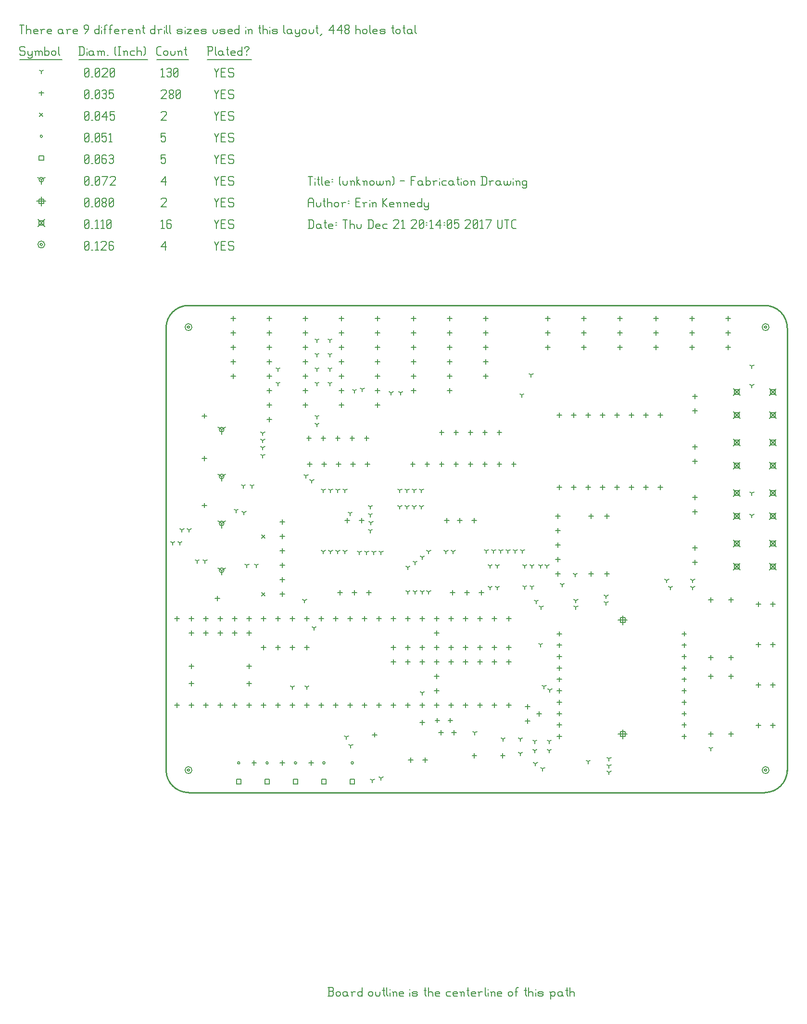
<source format=gbr>
G04 start of page 11 for group -3984 idx -3984 *
G04 Title: (unknown), fab *
G04 Creator: pcb 20140316 *
G04 CreationDate: Thu Dec 21 20:14:05 2017 UTC *
G04 For: frankenteddy *
G04 Format: Gerber/RS-274X *
G04 PCB-Dimensions (mil): 6000.00 5000.00 *
G04 PCB-Coordinate-Origin: lower left *
%MOIN*%
%FSLAX25Y25*%
%LNFAB*%
%ADD98C,0.0100*%
%ADD97C,0.0075*%
%ADD96C,0.0060*%
%ADD95R,0.0080X0.0080*%
G54D95*X116200Y147000D02*G75*G03X117800Y147000I800J0D01*G01*
G75*G03X116200Y147000I-800J0D01*G01*
X114600D02*G75*G03X119400Y147000I2400J0D01*G01*
G75*G03X114600Y147000I-2400J0D01*G01*
X516200D02*G75*G03X517800Y147000I800J0D01*G01*
G75*G03X516200Y147000I-800J0D01*G01*
X514600D02*G75*G03X519400Y147000I2400J0D01*G01*
G75*G03X514600Y147000I-2400J0D01*G01*
X516200Y454000D02*G75*G03X517800Y454000I800J0D01*G01*
G75*G03X516200Y454000I-800J0D01*G01*
X514600D02*G75*G03X519400Y454000I2400J0D01*G01*
G75*G03X514600Y454000I-2400J0D01*G01*
X116200D02*G75*G03X117800Y454000I800J0D01*G01*
G75*G03X116200Y454000I-800J0D01*G01*
X114600D02*G75*G03X119400Y454000I2400J0D01*G01*
G75*G03X114600Y454000I-2400J0D01*G01*
X14200Y511250D02*G75*G03X15800Y511250I800J0D01*G01*
G75*G03X14200Y511250I-800J0D01*G01*
X12600D02*G75*G03X17400Y511250I2400J0D01*G01*
G75*G03X12600Y511250I-2400J0D01*G01*
G54D96*X135000Y513500D02*X136500Y510500D01*
X138000Y513500D01*
X136500Y510500D02*Y507500D01*
X139800Y510800D02*X142050D01*
X139800Y507500D02*X142800D01*
X139800Y513500D02*Y507500D01*
Y513500D02*X142800D01*
X147600D02*X148350Y512750D01*
X145350Y513500D02*X147600D01*
X144600Y512750D02*X145350Y513500D01*
X144600Y512750D02*Y511250D01*
X145350Y510500D01*
X147600D01*
X148350Y509750D01*
Y508250D01*
X147600Y507500D02*X148350Y508250D01*
X145350Y507500D02*X147600D01*
X144600Y508250D02*X145350Y507500D01*
X98000Y509750D02*X101000Y513500D01*
X98000Y509750D02*X101750D01*
X101000Y513500D02*Y507500D01*
X45000Y508250D02*X45750Y507500D01*
X45000Y512750D02*Y508250D01*
Y512750D02*X45750Y513500D01*
X47250D01*
X48000Y512750D01*
Y508250D01*
X47250Y507500D02*X48000Y508250D01*
X45750Y507500D02*X47250D01*
X45000Y509000D02*X48000Y512000D01*
X49800Y507500D02*X50550D01*
X52350Y512300D02*X53550Y513500D01*
Y507500D01*
X52350D02*X54600D01*
X56400Y512750D02*X57150Y513500D01*
X59400D01*
X60150Y512750D01*
Y511250D01*
X56400Y507500D02*X60150Y511250D01*
X56400Y507500D02*X60150D01*
X64200Y513500D02*X64950Y512750D01*
X62700Y513500D02*X64200D01*
X61950Y512750D02*X62700Y513500D01*
X61950Y512750D02*Y508250D01*
X62700Y507500D01*
X64200Y510800D02*X64950Y510050D01*
X61950Y510800D02*X64200D01*
X62700Y507500D02*X64200D01*
X64950Y508250D01*
Y510050D02*Y508250D01*
X494600Y395400D02*X499400Y390600D01*
X494600D02*X499400Y395400D01*
X495400Y394600D02*X498600D01*
X495400D02*Y391400D01*
X498600D01*
Y394600D02*Y391400D01*
X494600Y411400D02*X499400Y406600D01*
X494600D02*X499400Y411400D01*
X495400Y410600D02*X498600D01*
X495400D02*Y407400D01*
X498600D01*
Y410600D02*Y407400D01*
X519600Y395400D02*X524400Y390600D01*
X519600D02*X524400Y395400D01*
X520400Y394600D02*X523600D01*
X520400D02*Y391400D01*
X523600D01*
Y394600D02*Y391400D01*
X519600Y411400D02*X524400Y406600D01*
X519600D02*X524400Y411400D01*
X520400Y410600D02*X523600D01*
X520400D02*Y407400D01*
X523600D01*
Y410600D02*Y407400D01*
X494600Y360400D02*X499400Y355600D01*
X494600D02*X499400Y360400D01*
X495400Y359600D02*X498600D01*
X495400D02*Y356400D01*
X498600D01*
Y359600D02*Y356400D01*
X494600Y376400D02*X499400Y371600D01*
X494600D02*X499400Y376400D01*
X495400Y375600D02*X498600D01*
X495400D02*Y372400D01*
X498600D01*
Y375600D02*Y372400D01*
X519600Y360400D02*X524400Y355600D01*
X519600D02*X524400Y360400D01*
X520400Y359600D02*X523600D01*
X520400D02*Y356400D01*
X523600D01*
Y359600D02*Y356400D01*
X519600Y376400D02*X524400Y371600D01*
X519600D02*X524400Y376400D01*
X520400Y375600D02*X523600D01*
X520400D02*Y372400D01*
X523600D01*
Y375600D02*Y372400D01*
X494600Y325400D02*X499400Y320600D01*
X494600D02*X499400Y325400D01*
X495400Y324600D02*X498600D01*
X495400D02*Y321400D01*
X498600D01*
Y324600D02*Y321400D01*
X494600Y341400D02*X499400Y336600D01*
X494600D02*X499400Y341400D01*
X495400Y340600D02*X498600D01*
X495400D02*Y337400D01*
X498600D01*
Y340600D02*Y337400D01*
X519600Y325400D02*X524400Y320600D01*
X519600D02*X524400Y325400D01*
X520400Y324600D02*X523600D01*
X520400D02*Y321400D01*
X523600D01*
Y324600D02*Y321400D01*
X519600Y341400D02*X524400Y336600D01*
X519600D02*X524400Y341400D01*
X520400Y340600D02*X523600D01*
X520400D02*Y337400D01*
X523600D01*
Y340600D02*Y337400D01*
X494600Y290400D02*X499400Y285600D01*
X494600D02*X499400Y290400D01*
X495400Y289600D02*X498600D01*
X495400D02*Y286400D01*
X498600D01*
Y289600D02*Y286400D01*
X494600Y306400D02*X499400Y301600D01*
X494600D02*X499400Y306400D01*
X495400Y305600D02*X498600D01*
X495400D02*Y302400D01*
X498600D01*
Y305600D02*Y302400D01*
X519600Y290400D02*X524400Y285600D01*
X519600D02*X524400Y290400D01*
X520400Y289600D02*X523600D01*
X520400D02*Y286400D01*
X523600D01*
Y289600D02*Y286400D01*
X519600Y306400D02*X524400Y301600D01*
X519600D02*X524400Y306400D01*
X520400Y305600D02*X523600D01*
X520400D02*Y302400D01*
X523600D01*
Y305600D02*Y302400D01*
X12600Y528650D02*X17400Y523850D01*
X12600D02*X17400Y528650D01*
X13400Y527850D02*X16600D01*
X13400D02*Y524650D01*
X16600D01*
Y527850D02*Y524650D01*
X135000Y528500D02*X136500Y525500D01*
X138000Y528500D01*
X136500Y525500D02*Y522500D01*
X139800Y525800D02*X142050D01*
X139800Y522500D02*X142800D01*
X139800Y528500D02*Y522500D01*
Y528500D02*X142800D01*
X147600D02*X148350Y527750D01*
X145350Y528500D02*X147600D01*
X144600Y527750D02*X145350Y528500D01*
X144600Y527750D02*Y526250D01*
X145350Y525500D01*
X147600D01*
X148350Y524750D01*
Y523250D01*
X147600Y522500D02*X148350Y523250D01*
X145350Y522500D02*X147600D01*
X144600Y523250D02*X145350Y522500D01*
X98000Y527300D02*X99200Y528500D01*
Y522500D01*
X98000D02*X100250D01*
X104300Y528500D02*X105050Y527750D01*
X102800Y528500D02*X104300D01*
X102050Y527750D02*X102800Y528500D01*
X102050Y527750D02*Y523250D01*
X102800Y522500D01*
X104300Y525800D02*X105050Y525050D01*
X102050Y525800D02*X104300D01*
X102800Y522500D02*X104300D01*
X105050Y523250D01*
Y525050D02*Y523250D01*
X45000D02*X45750Y522500D01*
X45000Y527750D02*Y523250D01*
Y527750D02*X45750Y528500D01*
X47250D01*
X48000Y527750D01*
Y523250D01*
X47250Y522500D02*X48000Y523250D01*
X45750Y522500D02*X47250D01*
X45000Y524000D02*X48000Y527000D01*
X49800Y522500D02*X50550D01*
X52350Y527300D02*X53550Y528500D01*
Y522500D01*
X52350D02*X54600D01*
X56400Y527300D02*X57600Y528500D01*
Y522500D01*
X56400D02*X58650D01*
X60450Y523250D02*X61200Y522500D01*
X60450Y527750D02*Y523250D01*
Y527750D02*X61200Y528500D01*
X62700D01*
X63450Y527750D01*
Y523250D01*
X62700Y522500D02*X63450Y523250D01*
X61200Y522500D02*X62700D01*
X60450Y524000D02*X63450Y527000D01*
X418000Y175200D02*Y168800D01*
X414800Y172000D02*X421200D01*
X416400Y173600D02*X419600D01*
X416400D02*Y170400D01*
X419600D01*
Y173600D02*Y170400D01*
X418000Y254200D02*Y247800D01*
X414800Y251000D02*X421200D01*
X416400Y252600D02*X419600D01*
X416400D02*Y249400D01*
X419600D01*
Y252600D02*Y249400D01*
X15000Y544450D02*Y538050D01*
X11800Y541250D02*X18200D01*
X13400Y542850D02*X16600D01*
X13400D02*Y539650D01*
X16600D01*
Y542850D02*Y539650D01*
X135000Y543500D02*X136500Y540500D01*
X138000Y543500D01*
X136500Y540500D02*Y537500D01*
X139800Y540800D02*X142050D01*
X139800Y537500D02*X142800D01*
X139800Y543500D02*Y537500D01*
Y543500D02*X142800D01*
X147600D02*X148350Y542750D01*
X145350Y543500D02*X147600D01*
X144600Y542750D02*X145350Y543500D01*
X144600Y542750D02*Y541250D01*
X145350Y540500D01*
X147600D01*
X148350Y539750D01*
Y538250D01*
X147600Y537500D02*X148350Y538250D01*
X145350Y537500D02*X147600D01*
X144600Y538250D02*X145350Y537500D01*
X98000Y542750D02*X98750Y543500D01*
X101000D01*
X101750Y542750D01*
Y541250D01*
X98000Y537500D02*X101750Y541250D01*
X98000Y537500D02*X101750D01*
X45000Y538250D02*X45750Y537500D01*
X45000Y542750D02*Y538250D01*
Y542750D02*X45750Y543500D01*
X47250D01*
X48000Y542750D01*
Y538250D01*
X47250Y537500D02*X48000Y538250D01*
X45750Y537500D02*X47250D01*
X45000Y539000D02*X48000Y542000D01*
X49800Y537500D02*X50550D01*
X52350Y538250D02*X53100Y537500D01*
X52350Y542750D02*Y538250D01*
Y542750D02*X53100Y543500D01*
X54600D01*
X55350Y542750D01*
Y538250D01*
X54600Y537500D02*X55350Y538250D01*
X53100Y537500D02*X54600D01*
X52350Y539000D02*X55350Y542000D01*
X57150Y538250D02*X57900Y537500D01*
X57150Y539450D02*Y538250D01*
Y539450D02*X58200Y540500D01*
X59100D01*
X60150Y539450D01*
Y538250D01*
X59400Y537500D02*X60150Y538250D01*
X57900Y537500D02*X59400D01*
X57150Y541550D02*X58200Y540500D01*
X57150Y542750D02*Y541550D01*
Y542750D02*X57900Y543500D01*
X59400D01*
X60150Y542750D01*
Y541550D01*
X59100Y540500D02*X60150Y541550D01*
X61950Y538250D02*X62700Y537500D01*
X61950Y542750D02*Y538250D01*
Y542750D02*X62700Y543500D01*
X64200D01*
X64950Y542750D01*
Y538250D01*
X64200Y537500D02*X64950Y538250D01*
X62700Y537500D02*X64200D01*
X61950Y539000D02*X64950Y542000D01*
X140000Y383000D02*Y379800D01*
Y383000D02*X142773Y384600D01*
X140000Y383000D02*X137227Y384600D01*
X138400Y383000D02*G75*G03X141600Y383000I1600J0D01*G01*
G75*G03X138400Y383000I-1600J0D01*G01*
X140000Y350500D02*Y347300D01*
Y350500D02*X142773Y352100D01*
X140000Y350500D02*X137227Y352100D01*
X138400Y350500D02*G75*G03X141600Y350500I1600J0D01*G01*
G75*G03X138400Y350500I-1600J0D01*G01*
X140000Y318000D02*Y314800D01*
Y318000D02*X142773Y319600D01*
X140000Y318000D02*X137227Y319600D01*
X138400Y318000D02*G75*G03X141600Y318000I1600J0D01*G01*
G75*G03X138400Y318000I-1600J0D01*G01*
X140000Y285500D02*Y282300D01*
Y285500D02*X142773Y287100D01*
X140000Y285500D02*X137227Y287100D01*
X138400Y285500D02*G75*G03X141600Y285500I1600J0D01*G01*
G75*G03X138400Y285500I-1600J0D01*G01*
X15000Y556250D02*Y553050D01*
Y556250D02*X17773Y557850D01*
X15000Y556250D02*X12227Y557850D01*
X13400Y556250D02*G75*G03X16600Y556250I1600J0D01*G01*
G75*G03X13400Y556250I-1600J0D01*G01*
X135000Y558500D02*X136500Y555500D01*
X138000Y558500D01*
X136500Y555500D02*Y552500D01*
X139800Y555800D02*X142050D01*
X139800Y552500D02*X142800D01*
X139800Y558500D02*Y552500D01*
Y558500D02*X142800D01*
X147600D02*X148350Y557750D01*
X145350Y558500D02*X147600D01*
X144600Y557750D02*X145350Y558500D01*
X144600Y557750D02*Y556250D01*
X145350Y555500D01*
X147600D01*
X148350Y554750D01*
Y553250D01*
X147600Y552500D02*X148350Y553250D01*
X145350Y552500D02*X147600D01*
X144600Y553250D02*X145350Y552500D01*
X98000Y554750D02*X101000Y558500D01*
X98000Y554750D02*X101750D01*
X101000Y558500D02*Y552500D01*
X45000Y553250D02*X45750Y552500D01*
X45000Y557750D02*Y553250D01*
Y557750D02*X45750Y558500D01*
X47250D01*
X48000Y557750D01*
Y553250D01*
X47250Y552500D02*X48000Y553250D01*
X45750Y552500D02*X47250D01*
X45000Y554000D02*X48000Y557000D01*
X49800Y552500D02*X50550D01*
X52350Y553250D02*X53100Y552500D01*
X52350Y557750D02*Y553250D01*
Y557750D02*X53100Y558500D01*
X54600D01*
X55350Y557750D01*
Y553250D01*
X54600Y552500D02*X55350Y553250D01*
X53100Y552500D02*X54600D01*
X52350Y554000D02*X55350Y557000D01*
X57900Y552500D02*X60900Y558500D01*
X57150D02*X60900D01*
X62700Y557750D02*X63450Y558500D01*
X65700D01*
X66450Y557750D01*
Y556250D01*
X62700Y552500D02*X66450Y556250D01*
X62700Y552500D02*X66450D01*
X228955Y140608D02*X232155D01*
X228955D02*Y137408D01*
X232155D01*
Y140608D02*Y137408D01*
X209270Y140608D02*X212470D01*
X209270D02*Y137408D01*
X212470D01*
Y140608D02*Y137408D01*
X189585Y140608D02*X192785D01*
X189585D02*Y137408D01*
X192785D01*
Y140608D02*Y137408D01*
X169900Y140608D02*X173100D01*
X169900D02*Y137408D01*
X173100D01*
Y140608D02*Y137408D01*
X150215Y140608D02*X153415D01*
X150215D02*Y137408D01*
X153415D01*
Y140608D02*Y137408D01*
X13400Y572850D02*X16600D01*
X13400D02*Y569650D01*
X16600D01*
Y572850D02*Y569650D01*
X135000Y573500D02*X136500Y570500D01*
X138000Y573500D01*
X136500Y570500D02*Y567500D01*
X139800Y570800D02*X142050D01*
X139800Y567500D02*X142800D01*
X139800Y573500D02*Y567500D01*
Y573500D02*X142800D01*
X147600D02*X148350Y572750D01*
X145350Y573500D02*X147600D01*
X144600Y572750D02*X145350Y573500D01*
X144600Y572750D02*Y571250D01*
X145350Y570500D01*
X147600D01*
X148350Y569750D01*
Y568250D01*
X147600Y567500D02*X148350Y568250D01*
X145350Y567500D02*X147600D01*
X144600Y568250D02*X145350Y567500D01*
X98000Y573500D02*X101000D01*
X98000D02*Y570500D01*
X98750Y571250D01*
X100250D01*
X101000Y570500D01*
Y568250D01*
X100250Y567500D02*X101000Y568250D01*
X98750Y567500D02*X100250D01*
X98000Y568250D02*X98750Y567500D01*
X45000Y568250D02*X45750Y567500D01*
X45000Y572750D02*Y568250D01*
Y572750D02*X45750Y573500D01*
X47250D01*
X48000Y572750D01*
Y568250D01*
X47250Y567500D02*X48000Y568250D01*
X45750Y567500D02*X47250D01*
X45000Y569000D02*X48000Y572000D01*
X49800Y567500D02*X50550D01*
X52350Y568250D02*X53100Y567500D01*
X52350Y572750D02*Y568250D01*
Y572750D02*X53100Y573500D01*
X54600D01*
X55350Y572750D01*
Y568250D01*
X54600Y567500D02*X55350Y568250D01*
X53100Y567500D02*X54600D01*
X52350Y569000D02*X55350Y572000D01*
X59400Y573500D02*X60150Y572750D01*
X57900Y573500D02*X59400D01*
X57150Y572750D02*X57900Y573500D01*
X57150Y572750D02*Y568250D01*
X57900Y567500D01*
X59400Y570800D02*X60150Y570050D01*
X57150Y570800D02*X59400D01*
X57900Y567500D02*X59400D01*
X60150Y568250D01*
Y570050D02*Y568250D01*
X61950Y572750D02*X62700Y573500D01*
X64200D01*
X64950Y572750D01*
X64200Y567500D02*X64950Y568250D01*
X62700Y567500D02*X64200D01*
X61950Y568250D02*X62700Y567500D01*
Y570800D02*X64200D01*
X64950Y572750D02*Y571550D01*
Y570050D02*Y568250D01*
Y570050D02*X64200Y570800D01*
X64950Y571550D02*X64200Y570800D01*
X151015Y152000D02*G75*G03X152615Y152000I800J0D01*G01*
G75*G03X151015Y152000I-800J0D01*G01*
X170700D02*G75*G03X172300Y152000I800J0D01*G01*
G75*G03X170700Y152000I-800J0D01*G01*
X190385D02*G75*G03X191985Y152000I800J0D01*G01*
G75*G03X190385Y152000I-800J0D01*G01*
X210070D02*G75*G03X211670Y152000I800J0D01*G01*
G75*G03X210070Y152000I-800J0D01*G01*
X229755D02*G75*G03X231355Y152000I800J0D01*G01*
G75*G03X229755Y152000I-800J0D01*G01*
X14200Y586250D02*G75*G03X15800Y586250I800J0D01*G01*
G75*G03X14200Y586250I-800J0D01*G01*
X135000Y588500D02*X136500Y585500D01*
X138000Y588500D01*
X136500Y585500D02*Y582500D01*
X139800Y585800D02*X142050D01*
X139800Y582500D02*X142800D01*
X139800Y588500D02*Y582500D01*
Y588500D02*X142800D01*
X147600D02*X148350Y587750D01*
X145350Y588500D02*X147600D01*
X144600Y587750D02*X145350Y588500D01*
X144600Y587750D02*Y586250D01*
X145350Y585500D01*
X147600D01*
X148350Y584750D01*
Y583250D01*
X147600Y582500D02*X148350Y583250D01*
X145350Y582500D02*X147600D01*
X144600Y583250D02*X145350Y582500D01*
X98000Y588500D02*X101000D01*
X98000D02*Y585500D01*
X98750Y586250D01*
X100250D01*
X101000Y585500D01*
Y583250D01*
X100250Y582500D02*X101000Y583250D01*
X98750Y582500D02*X100250D01*
X98000Y583250D02*X98750Y582500D01*
X45000Y583250D02*X45750Y582500D01*
X45000Y587750D02*Y583250D01*
Y587750D02*X45750Y588500D01*
X47250D01*
X48000Y587750D01*
Y583250D01*
X47250Y582500D02*X48000Y583250D01*
X45750Y582500D02*X47250D01*
X45000Y584000D02*X48000Y587000D01*
X49800Y582500D02*X50550D01*
X52350Y583250D02*X53100Y582500D01*
X52350Y587750D02*Y583250D01*
Y587750D02*X53100Y588500D01*
X54600D01*
X55350Y587750D01*
Y583250D01*
X54600Y582500D02*X55350Y583250D01*
X53100Y582500D02*X54600D01*
X52350Y584000D02*X55350Y587000D01*
X57150Y588500D02*X60150D01*
X57150D02*Y585500D01*
X57900Y586250D01*
X59400D01*
X60150Y585500D01*
Y583250D01*
X59400Y582500D02*X60150Y583250D01*
X57900Y582500D02*X59400D01*
X57150Y583250D02*X57900Y582500D01*
X61950Y587300D02*X63150Y588500D01*
Y582500D01*
X61950D02*X64200D01*
X167800Y310200D02*X170200Y307800D01*
X167800D02*X170200Y310200D01*
X167800Y270200D02*X170200Y267800D01*
X167800D02*X170200Y270200D01*
X13800Y602450D02*X16200Y600050D01*
X13800D02*X16200Y602450D01*
X135000Y603500D02*X136500Y600500D01*
X138000Y603500D01*
X136500Y600500D02*Y597500D01*
X139800Y600800D02*X142050D01*
X139800Y597500D02*X142800D01*
X139800Y603500D02*Y597500D01*
Y603500D02*X142800D01*
X147600D02*X148350Y602750D01*
X145350Y603500D02*X147600D01*
X144600Y602750D02*X145350Y603500D01*
X144600Y602750D02*Y601250D01*
X145350Y600500D01*
X147600D01*
X148350Y599750D01*
Y598250D01*
X147600Y597500D02*X148350Y598250D01*
X145350Y597500D02*X147600D01*
X144600Y598250D02*X145350Y597500D01*
X98000Y602750D02*X98750Y603500D01*
X101000D01*
X101750Y602750D01*
Y601250D01*
X98000Y597500D02*X101750Y601250D01*
X98000Y597500D02*X101750D01*
X45000Y598250D02*X45750Y597500D01*
X45000Y602750D02*Y598250D01*
Y602750D02*X45750Y603500D01*
X47250D01*
X48000Y602750D01*
Y598250D01*
X47250Y597500D02*X48000Y598250D01*
X45750Y597500D02*X47250D01*
X45000Y599000D02*X48000Y602000D01*
X49800Y597500D02*X50550D01*
X52350Y598250D02*X53100Y597500D01*
X52350Y602750D02*Y598250D01*
Y602750D02*X53100Y603500D01*
X54600D01*
X55350Y602750D01*
Y598250D01*
X54600Y597500D02*X55350Y598250D01*
X53100Y597500D02*X54600D01*
X52350Y599000D02*X55350Y602000D01*
X57150Y599750D02*X60150Y603500D01*
X57150Y599750D02*X60900D01*
X60150Y603500D02*Y597500D01*
X62700Y603500D02*X65700D01*
X62700D02*Y600500D01*
X63450Y601250D01*
X64950D01*
X65700Y600500D01*
Y598250D01*
X64950Y597500D02*X65700Y598250D01*
X63450Y597500D02*X64950D01*
X62700Y598250D02*X63450Y597500D01*
X374000Y394600D02*Y391400D01*
X372400Y393000D02*X375600D01*
X384000Y394600D02*Y391400D01*
X382400Y393000D02*X385600D01*
X394000Y394600D02*Y391400D01*
X392400Y393000D02*X395600D01*
X404000Y394600D02*Y391400D01*
X402400Y393000D02*X405600D01*
X414000Y394600D02*Y391400D01*
X412400Y393000D02*X415600D01*
X424000Y394600D02*Y391400D01*
X422400Y393000D02*X425600D01*
X434000Y394600D02*Y391400D01*
X432400Y393000D02*X435600D01*
X444000Y394600D02*Y391400D01*
X442400Y393000D02*X445600D01*
X374000Y344600D02*Y341400D01*
X372400Y343000D02*X375600D01*
X384000Y344600D02*Y341400D01*
X382400Y343000D02*X385600D01*
X394000Y344600D02*Y341400D01*
X392400Y343000D02*X395600D01*
X404000Y344600D02*Y341400D01*
X402400Y343000D02*X405600D01*
X414000Y344600D02*Y341400D01*
X412400Y343000D02*X415600D01*
X424000Y344600D02*Y341400D01*
X422400Y343000D02*X425600D01*
X434000Y344600D02*Y341400D01*
X432400Y343000D02*X435600D01*
X444000Y344600D02*Y341400D01*
X442400Y343000D02*X445600D01*
X374000Y243100D02*Y239900D01*
X372400Y241500D02*X375600D01*
X374000Y235200D02*Y232000D01*
X372400Y233600D02*X375600D01*
X374000Y227300D02*Y224100D01*
X372400Y225700D02*X375600D01*
X374000Y219400D02*Y216200D01*
X372400Y217800D02*X375600D01*
X374000Y211500D02*Y208300D01*
X372400Y209900D02*X375600D01*
X374000Y203600D02*Y200400D01*
X372400Y202000D02*X375600D01*
X374000Y195700D02*Y192500D01*
X372400Y194100D02*X375600D01*
X374000Y187800D02*Y184600D01*
X372400Y186200D02*X375600D01*
X374000Y179900D02*Y176700D01*
X372400Y178300D02*X375600D01*
X374000Y172000D02*Y168800D01*
X372400Y170400D02*X375600D01*
X460600Y243100D02*Y239900D01*
X459000Y241500D02*X462200D01*
X460600Y235200D02*Y232000D01*
X459000Y233600D02*X462200D01*
X460600Y227300D02*Y224100D01*
X459000Y225700D02*X462200D01*
X460600Y219400D02*Y216200D01*
X459000Y217800D02*X462200D01*
X460600Y211500D02*Y208300D01*
X459000Y209900D02*X462200D01*
X460600Y203600D02*Y200400D01*
X459000Y202000D02*X462200D01*
X460600Y195700D02*Y192500D01*
X459000Y194100D02*X462200D01*
X460600Y187800D02*Y184600D01*
X459000Y186200D02*X462200D01*
X460600Y179900D02*Y176700D01*
X459000Y178300D02*X462200D01*
X460600Y172000D02*Y168800D01*
X459000Y170400D02*X462200D01*
X373000Y324600D02*Y321400D01*
X371400Y323000D02*X374600D01*
X373000Y314600D02*Y311400D01*
X371400Y313000D02*X374600D01*
X373000Y304600D02*Y301400D01*
X371400Y303000D02*X374600D01*
X373000Y294600D02*Y291400D01*
X371400Y293000D02*X374600D01*
X373000Y284600D02*Y281400D01*
X371400Y283000D02*X374600D01*
X315157Y158600D02*Y155400D01*
X313557Y157000D02*X316757D01*
X334843Y158600D02*Y155400D01*
X333243Y157000D02*X336443D01*
X271118Y155600D02*Y152400D01*
X269518Y154000D02*X272718D01*
X281118Y155600D02*Y152400D01*
X279518Y154000D02*X282718D01*
X468000Y407600D02*Y404400D01*
X466400Y406000D02*X469600D01*
X468000Y397600D02*Y394400D01*
X466400Y396000D02*X469600D01*
X468000Y372600D02*Y369400D01*
X466400Y371000D02*X469600D01*
X468000Y362600D02*Y359400D01*
X466400Y361000D02*X469600D01*
X468000Y337600D02*Y334400D01*
X466400Y336000D02*X469600D01*
X468000Y327600D02*Y324400D01*
X466400Y326000D02*X469600D01*
X468000Y302600D02*Y299400D01*
X466400Y301000D02*X469600D01*
X468000Y292600D02*Y289400D01*
X466400Y291000D02*X469600D01*
X512000Y179600D02*Y176400D01*
X510400Y178000D02*X513600D01*
X522000Y179600D02*Y176400D01*
X520400Y178000D02*X523600D01*
X512000Y263600D02*Y260400D01*
X510400Y262000D02*X513600D01*
X522000Y263600D02*Y260400D01*
X520400Y262000D02*X523600D01*
X512000Y235600D02*Y232400D01*
X510400Y234000D02*X513600D01*
X522000Y235600D02*Y232400D01*
X520400Y234000D02*X523600D01*
X512000Y207600D02*Y204400D01*
X510400Y206000D02*X513600D01*
X522000Y207600D02*Y204400D01*
X520400Y206000D02*X523600D01*
X478986Y173586D02*Y170386D01*
X477386Y171986D02*X480586D01*
X478986Y213586D02*Y210386D01*
X477386Y211986D02*X480586D01*
X479000Y226572D02*Y223372D01*
X477400Y224972D02*X480600D01*
X479000Y266572D02*Y263372D01*
X477400Y264972D02*X480600D01*
X493000Y226600D02*Y223400D01*
X491400Y225000D02*X494600D01*
X493000Y266600D02*Y263400D01*
X491400Y265000D02*X494600D01*
X492986Y173586D02*Y170386D01*
X491386Y171986D02*X494586D01*
X492986Y213586D02*Y210386D01*
X491386Y211986D02*X494586D01*
X109000Y253600D02*Y250400D01*
X107400Y252000D02*X110600D01*
X119000Y253600D02*Y250400D01*
X117400Y252000D02*X120600D01*
X129000Y253600D02*Y250400D01*
X127400Y252000D02*X130600D01*
X139000Y253600D02*Y250400D01*
X137400Y252000D02*X140600D01*
X149000Y253600D02*Y250400D01*
X147400Y252000D02*X150600D01*
X159000Y253600D02*Y250400D01*
X157400Y252000D02*X160600D01*
X169000Y253600D02*Y250400D01*
X167400Y252000D02*X170600D01*
X179000Y253600D02*Y250400D01*
X177400Y252000D02*X180600D01*
X189000Y253600D02*Y250400D01*
X187400Y252000D02*X190600D01*
X199000Y253600D02*Y250400D01*
X197400Y252000D02*X200600D01*
X209000Y253600D02*Y250400D01*
X207400Y252000D02*X210600D01*
X219000Y253600D02*Y250400D01*
X217400Y252000D02*X220600D01*
X229000Y253600D02*Y250400D01*
X227400Y252000D02*X230600D01*
X239000Y253600D02*Y250400D01*
X237400Y252000D02*X240600D01*
X249000Y253600D02*Y250400D01*
X247400Y252000D02*X250600D01*
X259000Y253600D02*Y250400D01*
X257400Y252000D02*X260600D01*
X269000Y253600D02*Y250400D01*
X267400Y252000D02*X270600D01*
X279000Y253600D02*Y250400D01*
X277400Y252000D02*X280600D01*
X289000Y253600D02*Y250400D01*
X287400Y252000D02*X290600D01*
X299000Y253600D02*Y250400D01*
X297400Y252000D02*X300600D01*
X309000Y253600D02*Y250400D01*
X307400Y252000D02*X310600D01*
X319000Y253600D02*Y250400D01*
X317400Y252000D02*X320600D01*
X329000Y253600D02*Y250400D01*
X327400Y252000D02*X330600D01*
X339000Y253600D02*Y250400D01*
X337400Y252000D02*X340600D01*
X119000Y243600D02*Y240400D01*
X117400Y242000D02*X120600D01*
X129000Y243600D02*Y240400D01*
X127400Y242000D02*X130600D01*
X139000Y243600D02*Y240400D01*
X137400Y242000D02*X140600D01*
X149000Y243600D02*Y240400D01*
X147400Y242000D02*X150600D01*
X159000Y243600D02*Y240400D01*
X157400Y242000D02*X160600D01*
X289000Y203600D02*Y200400D01*
X287400Y202000D02*X290600D01*
X289000Y213600D02*Y210400D01*
X287400Y212000D02*X290600D01*
X289000Y223600D02*Y220400D01*
X287400Y222000D02*X290600D01*
X289000Y233600D02*Y230400D01*
X287400Y232000D02*X290600D01*
X289000Y243600D02*Y240400D01*
X287400Y242000D02*X290600D01*
X299000Y233600D02*Y230400D01*
X297400Y232000D02*X300600D01*
X299000Y223600D02*Y220400D01*
X297400Y222000D02*X300600D01*
X309000Y223600D02*Y220400D01*
X307400Y222000D02*X310600D01*
X309000Y233600D02*Y230400D01*
X307400Y232000D02*X310600D01*
X319000Y233600D02*Y230400D01*
X317400Y232000D02*X320600D01*
X319000Y223600D02*Y220400D01*
X317400Y222000D02*X320600D01*
X329000Y223600D02*Y220400D01*
X327400Y222000D02*X330600D01*
X329000Y233600D02*Y230400D01*
X327400Y232000D02*X330600D01*
X339000Y233600D02*Y230400D01*
X337400Y232000D02*X340600D01*
X339000Y223600D02*Y220400D01*
X337400Y222000D02*X340600D01*
X269000Y223600D02*Y220400D01*
X267400Y222000D02*X270600D01*
X269000Y233600D02*Y230400D01*
X267400Y232000D02*X270600D01*
X279000Y233600D02*Y230400D01*
X277400Y232000D02*X280600D01*
X279000Y223600D02*Y220400D01*
X277400Y222000D02*X280600D01*
X259000Y223600D02*Y220400D01*
X257400Y222000D02*X260600D01*
X259000Y233600D02*Y230400D01*
X257400Y232000D02*X260600D01*
X199000Y233600D02*Y230400D01*
X197400Y232000D02*X200600D01*
X179000Y233600D02*Y230400D01*
X177400Y232000D02*X180600D01*
X189000Y233600D02*Y230400D01*
X187400Y232000D02*X190600D01*
X169000Y233600D02*Y230400D01*
X167400Y232000D02*X170600D01*
X109000Y193600D02*Y190400D01*
X107400Y192000D02*X110600D01*
X119000Y193600D02*Y190400D01*
X117400Y192000D02*X120600D01*
X129000Y193600D02*Y190400D01*
X127400Y192000D02*X130600D01*
X139000Y193600D02*Y190400D01*
X137400Y192000D02*X140600D01*
X149000Y193600D02*Y190400D01*
X147400Y192000D02*X150600D01*
X159000Y193600D02*Y190400D01*
X157400Y192000D02*X160600D01*
X169000Y193600D02*Y190400D01*
X167400Y192000D02*X170600D01*
X179000Y193600D02*Y190400D01*
X177400Y192000D02*X180600D01*
X189000Y193600D02*Y190400D01*
X187400Y192000D02*X190600D01*
X199000Y193600D02*Y190400D01*
X197400Y192000D02*X200600D01*
X209000Y193600D02*Y190400D01*
X207400Y192000D02*X210600D01*
X219000Y193600D02*Y190400D01*
X217400Y192000D02*X220600D01*
X229000Y193600D02*Y190400D01*
X227400Y192000D02*X230600D01*
X239000Y193600D02*Y190400D01*
X237400Y192000D02*X240600D01*
X249000Y193600D02*Y190400D01*
X247400Y192000D02*X250600D01*
X259000Y193600D02*Y190400D01*
X257400Y192000D02*X260600D01*
X269000Y193600D02*Y190400D01*
X267400Y192000D02*X270600D01*
X279000Y193600D02*Y190400D01*
X277400Y192000D02*X280600D01*
X289000Y193600D02*Y190400D01*
X287400Y192000D02*X290600D01*
X299000Y193600D02*Y190400D01*
X297400Y192000D02*X300600D01*
X309000Y193600D02*Y190400D01*
X307400Y192000D02*X310600D01*
X319000Y193600D02*Y190400D01*
X317400Y192000D02*X320600D01*
X329000Y193600D02*Y190400D01*
X327400Y192000D02*X330600D01*
X339000Y193600D02*Y190400D01*
X337400Y192000D02*X340600D01*
X173000Y391600D02*Y388400D01*
X171400Y390000D02*X174600D01*
X173000Y401600D02*Y398400D01*
X171400Y400000D02*X174600D01*
X173000Y411600D02*Y408400D01*
X171400Y410000D02*X174600D01*
X173000Y421600D02*Y418400D01*
X171400Y420000D02*X174600D01*
X173000Y431600D02*Y428400D01*
X171400Y430000D02*X174600D01*
X173000Y441600D02*Y438400D01*
X171400Y440000D02*X174600D01*
X173000Y451600D02*Y448400D01*
X171400Y450000D02*X174600D01*
X173000Y461600D02*Y458400D01*
X171400Y460000D02*X174600D01*
X298000Y411600D02*Y408400D01*
X296400Y410000D02*X299600D01*
X298000Y421600D02*Y418400D01*
X296400Y420000D02*X299600D01*
X298000Y431600D02*Y428400D01*
X296400Y430000D02*X299600D01*
X298000Y441600D02*Y438400D01*
X296400Y440000D02*X299600D01*
X298000Y451600D02*Y448400D01*
X296400Y450000D02*X299600D01*
X298000Y461600D02*Y458400D01*
X296400Y460000D02*X299600D01*
X148000Y421600D02*Y418400D01*
X146400Y420000D02*X149600D01*
X148000Y431600D02*Y428400D01*
X146400Y430000D02*X149600D01*
X148000Y441600D02*Y438400D01*
X146400Y440000D02*X149600D01*
X148000Y451600D02*Y448400D01*
X146400Y450000D02*X149600D01*
X148000Y461600D02*Y458400D01*
X146400Y460000D02*X149600D01*
X198000Y401600D02*Y398400D01*
X196400Y400000D02*X199600D01*
X198000Y411600D02*Y408400D01*
X196400Y410000D02*X199600D01*
X198000Y421600D02*Y418400D01*
X196400Y420000D02*X199600D01*
X198000Y431600D02*Y428400D01*
X196400Y430000D02*X199600D01*
X198000Y441600D02*Y438400D01*
X196400Y440000D02*X199600D01*
X198000Y451600D02*Y448400D01*
X196400Y450000D02*X199600D01*
X198000Y461600D02*Y458400D01*
X196400Y460000D02*X199600D01*
X223000Y401600D02*Y398400D01*
X221400Y400000D02*X224600D01*
X223000Y411600D02*Y408400D01*
X221400Y410000D02*X224600D01*
X223000Y421600D02*Y418400D01*
X221400Y420000D02*X224600D01*
X223000Y431600D02*Y428400D01*
X221400Y430000D02*X224600D01*
X223000Y441600D02*Y438400D01*
X221400Y440000D02*X224600D01*
X223000Y451600D02*Y448400D01*
X221400Y450000D02*X224600D01*
X223000Y461600D02*Y458400D01*
X221400Y460000D02*X224600D01*
X248000Y401600D02*Y398400D01*
X246400Y400000D02*X249600D01*
X248000Y411600D02*Y408400D01*
X246400Y410000D02*X249600D01*
X248000Y421600D02*Y418400D01*
X246400Y420000D02*X249600D01*
X248000Y431600D02*Y428400D01*
X246400Y430000D02*X249600D01*
X248000Y441600D02*Y438400D01*
X246400Y440000D02*X249600D01*
X248000Y451600D02*Y448400D01*
X246400Y450000D02*X249600D01*
X248000Y461600D02*Y458400D01*
X246400Y460000D02*X249600D01*
X273000Y411600D02*Y408400D01*
X271400Y410000D02*X274600D01*
X273000Y421600D02*Y418400D01*
X271400Y420000D02*X274600D01*
X273000Y431600D02*Y428400D01*
X271400Y430000D02*X274600D01*
X273000Y441600D02*Y438400D01*
X271400Y440000D02*X274600D01*
X273000Y451600D02*Y448400D01*
X271400Y450000D02*X274600D01*
X273000Y461600D02*Y458400D01*
X271400Y460000D02*X274600D01*
X323000Y421600D02*Y418400D01*
X321400Y420000D02*X324600D01*
X323000Y431600D02*Y428400D01*
X321400Y430000D02*X324600D01*
X323000Y441600D02*Y438400D01*
X321400Y440000D02*X324600D01*
X323000Y451600D02*Y448400D01*
X321400Y450000D02*X324600D01*
X323000Y461600D02*Y458400D01*
X321400Y460000D02*X324600D01*
X491000Y441600D02*Y438400D01*
X489400Y440000D02*X492600D01*
X491000Y451600D02*Y448400D01*
X489400Y450000D02*X492600D01*
X491000Y461600D02*Y458400D01*
X489400Y460000D02*X492600D01*
X466000Y441600D02*Y438400D01*
X464400Y440000D02*X467600D01*
X466000Y451600D02*Y448400D01*
X464400Y450000D02*X467600D01*
X466000Y461600D02*Y458400D01*
X464400Y460000D02*X467600D01*
X441000Y441600D02*Y438400D01*
X439400Y440000D02*X442600D01*
X441000Y451600D02*Y448400D01*
X439400Y450000D02*X442600D01*
X441000Y461600D02*Y458400D01*
X439400Y460000D02*X442600D01*
X416000Y441600D02*Y438400D01*
X414400Y440000D02*X417600D01*
X416000Y451600D02*Y448400D01*
X414400Y450000D02*X417600D01*
X416000Y461600D02*Y458400D01*
X414400Y460000D02*X417600D01*
X391000Y441600D02*Y438400D01*
X389400Y440000D02*X392600D01*
X391000Y451600D02*Y448400D01*
X389400Y450000D02*X392600D01*
X391000Y461600D02*Y458400D01*
X389400Y460000D02*X392600D01*
X366000Y441600D02*Y438400D01*
X364400Y440000D02*X367600D01*
X366000Y451600D02*Y448400D01*
X364400Y450000D02*X367600D01*
X366000Y461600D02*Y458400D01*
X364400Y460000D02*X367600D01*
X201000Y360600D02*Y357400D01*
X199400Y359000D02*X202600D01*
X211000Y360600D02*Y357400D01*
X209400Y359000D02*X212600D01*
X221000Y360600D02*Y357400D01*
X219400Y359000D02*X222600D01*
X231000Y360600D02*Y357400D01*
X229400Y359000D02*X232600D01*
X241000Y360600D02*Y357400D01*
X239400Y359000D02*X242600D01*
X182000Y270600D02*Y267400D01*
X180400Y269000D02*X183600D01*
X182000Y280600D02*Y277400D01*
X180400Y279000D02*X183600D01*
X182000Y290600D02*Y287400D01*
X180400Y289000D02*X183600D01*
X182000Y300600D02*Y297400D01*
X180400Y299000D02*X183600D01*
X182000Y310600D02*Y307400D01*
X180400Y309000D02*X183600D01*
X182000Y320600D02*Y317400D01*
X180400Y319000D02*X183600D01*
X272500Y360600D02*Y357400D01*
X270900Y359000D02*X274100D01*
X282500Y360600D02*Y357400D01*
X280900Y359000D02*X284100D01*
X292500Y360600D02*Y357400D01*
X290900Y359000D02*X294100D01*
X302500Y360600D02*Y357400D01*
X300900Y359000D02*X304100D01*
X312500Y360600D02*Y357400D01*
X310900Y359000D02*X314100D01*
X322500Y360600D02*Y357400D01*
X320900Y359000D02*X324100D01*
X332500Y360600D02*Y357400D01*
X330900Y359000D02*X334100D01*
X342500Y360600D02*Y357400D01*
X340900Y359000D02*X344100D01*
X200500Y378600D02*Y375400D01*
X198900Y377000D02*X202100D01*
X210500Y378600D02*Y375400D01*
X208900Y377000D02*X212100D01*
X220500Y378600D02*Y375400D01*
X218900Y377000D02*X222100D01*
X230500Y378600D02*Y375400D01*
X228900Y377000D02*X232100D01*
X240500Y378600D02*Y375400D01*
X238900Y377000D02*X242100D01*
X292500Y382600D02*Y379400D01*
X290900Y381000D02*X294100D01*
X302500Y382600D02*Y379400D01*
X300900Y381000D02*X304100D01*
X312500Y382600D02*Y379400D01*
X310900Y381000D02*X314100D01*
X322500Y382600D02*Y379400D01*
X320900Y381000D02*X324100D01*
X332500Y382600D02*Y379400D01*
X330900Y381000D02*X334100D01*
X119000Y208600D02*Y205400D01*
X117400Y207000D02*X120600D01*
X159000Y208600D02*Y205400D01*
X157400Y207000D02*X160600D01*
X119014Y220586D02*Y217386D01*
X117414Y218986D02*X120614D01*
X159014Y220586D02*Y217386D01*
X157414Y218986D02*X160614D01*
X222000Y271600D02*Y268400D01*
X220400Y270000D02*X223600D01*
X232000Y271600D02*Y268400D01*
X230400Y270000D02*X233600D01*
X242000Y271600D02*Y268400D01*
X240400Y270000D02*X243600D01*
X227000Y321600D02*Y318400D01*
X225400Y320000D02*X228600D01*
X237000Y321600D02*Y318400D01*
X235400Y320000D02*X238600D01*
X300000Y271600D02*Y268400D01*
X298400Y270000D02*X301600D01*
X310000Y271600D02*Y268400D01*
X308400Y270000D02*X311600D01*
X320000Y271600D02*Y268400D01*
X318400Y270000D02*X321600D01*
X305000Y321600D02*Y318400D01*
X303400Y320000D02*X306600D01*
X315000Y321600D02*Y318400D01*
X313400Y320000D02*X316600D01*
X395986Y284586D02*Y281386D01*
X394386Y282986D02*X397586D01*
X395986Y324586D02*Y321386D01*
X394386Y322986D02*X397586D01*
X406986Y284586D02*Y281386D01*
X405386Y282986D02*X408586D01*
X406986Y324586D02*Y321386D01*
X405386Y322986D02*X408586D01*
X246000Y173100D02*Y169900D01*
X244400Y171500D02*X247600D01*
X279000Y181600D02*Y178400D01*
X277400Y180000D02*X280600D01*
X202000Y153600D02*Y150400D01*
X200400Y152000D02*X203600D01*
X182000Y153600D02*Y150400D01*
X180400Y152000D02*X183600D01*
X162500Y153600D02*Y150400D01*
X160900Y152000D02*X164100D01*
X296000Y321600D02*Y318400D01*
X294400Y320000D02*X297600D01*
X137000Y267600D02*Y264400D01*
X135400Y266000D02*X138600D01*
X128000Y332100D02*Y328900D01*
X126400Y330500D02*X129600D01*
X128000Y364600D02*Y361400D01*
X126400Y363000D02*X129600D01*
X128000Y394100D02*Y390900D01*
X126400Y392500D02*X129600D01*
X289500Y183100D02*Y179900D01*
X287900Y181500D02*X291100D01*
X298500Y183100D02*Y179900D01*
X296900Y181500D02*X300100D01*
X292000Y174600D02*Y171400D01*
X290400Y173000D02*X293600D01*
X301000Y174600D02*Y171400D01*
X299400Y173000D02*X302600D01*
X352000Y182600D02*Y179400D01*
X350400Y181000D02*X353600D01*
X352000Y192600D02*Y189400D01*
X350400Y191000D02*X353600D01*
X360000Y187600D02*Y184400D01*
X358400Y186000D02*X361600D01*
X15000Y617850D02*Y614650D01*
X13400Y616250D02*X16600D01*
X135000Y618500D02*X136500Y615500D01*
X138000Y618500D01*
X136500Y615500D02*Y612500D01*
X139800Y615800D02*X142050D01*
X139800Y612500D02*X142800D01*
X139800Y618500D02*Y612500D01*
Y618500D02*X142800D01*
X147600D02*X148350Y617750D01*
X145350Y618500D02*X147600D01*
X144600Y617750D02*X145350Y618500D01*
X144600Y617750D02*Y616250D01*
X145350Y615500D01*
X147600D01*
X148350Y614750D01*
Y613250D01*
X147600Y612500D02*X148350Y613250D01*
X145350Y612500D02*X147600D01*
X144600Y613250D02*X145350Y612500D01*
X98000Y617750D02*X98750Y618500D01*
X101000D01*
X101750Y617750D01*
Y616250D01*
X98000Y612500D02*X101750Y616250D01*
X98000Y612500D02*X101750D01*
X103550Y613250D02*X104300Y612500D01*
X103550Y614450D02*Y613250D01*
Y614450D02*X104600Y615500D01*
X105500D01*
X106550Y614450D01*
Y613250D01*
X105800Y612500D02*X106550Y613250D01*
X104300Y612500D02*X105800D01*
X103550Y616550D02*X104600Y615500D01*
X103550Y617750D02*Y616550D01*
Y617750D02*X104300Y618500D01*
X105800D01*
X106550Y617750D01*
Y616550D01*
X105500Y615500D02*X106550Y616550D01*
X108350Y613250D02*X109100Y612500D01*
X108350Y617750D02*Y613250D01*
Y617750D02*X109100Y618500D01*
X110600D01*
X111350Y617750D01*
Y613250D01*
X110600Y612500D02*X111350Y613250D01*
X109100Y612500D02*X110600D01*
X108350Y614000D02*X111350Y617000D01*
X45000Y613250D02*X45750Y612500D01*
X45000Y617750D02*Y613250D01*
Y617750D02*X45750Y618500D01*
X47250D01*
X48000Y617750D01*
Y613250D01*
X47250Y612500D02*X48000Y613250D01*
X45750Y612500D02*X47250D01*
X45000Y614000D02*X48000Y617000D01*
X49800Y612500D02*X50550D01*
X52350Y613250D02*X53100Y612500D01*
X52350Y617750D02*Y613250D01*
Y617750D02*X53100Y618500D01*
X54600D01*
X55350Y617750D01*
Y613250D01*
X54600Y612500D02*X55350Y613250D01*
X53100Y612500D02*X54600D01*
X52350Y614000D02*X55350Y617000D01*
X57150Y617750D02*X57900Y618500D01*
X59400D01*
X60150Y617750D01*
X59400Y612500D02*X60150Y613250D01*
X57900Y612500D02*X59400D01*
X57150Y613250D02*X57900Y612500D01*
Y615800D02*X59400D01*
X60150Y617750D02*Y616550D01*
Y615050D02*Y613250D01*
Y615050D02*X59400Y615800D01*
X60150Y616550D02*X59400Y615800D01*
X61950Y618500D02*X64950D01*
X61950D02*Y615500D01*
X62700Y616250D01*
X64200D01*
X64950Y615500D01*
Y613250D01*
X64200Y612500D02*X64950Y613250D01*
X62700Y612500D02*X64200D01*
X61950Y613250D02*X62700Y612500D01*
X229000Y325000D02*Y323400D01*
Y325000D02*X230387Y325800D01*
X229000Y325000D02*X227613Y325800D01*
X507500Y339000D02*Y337400D01*
Y339000D02*X508887Y339800D01*
X507500Y339000D02*X506113Y339800D01*
X507500Y323500D02*Y321900D01*
Y323500D02*X508887Y324300D01*
X507500Y323500D02*X506113Y324300D01*
X507500Y413500D02*Y411900D01*
Y413500D02*X508887Y414300D01*
X507500Y413500D02*X506113Y414300D01*
X507500Y427000D02*Y425400D01*
Y427000D02*X508887Y427800D01*
X507500Y427000D02*X506113Y427800D01*
X394000Y153000D02*Y151400D01*
Y153000D02*X395387Y153800D01*
X394000Y153000D02*X392613Y153800D01*
X385500Y264500D02*Y262900D01*
Y264500D02*X386887Y265300D01*
X385500Y264500D02*X384113Y265300D01*
X385500Y260000D02*Y258400D01*
Y260000D02*X386887Y260800D01*
X385500Y260000D02*X384113Y260800D01*
X406500Y267500D02*Y265900D01*
Y267500D02*X407887Y268300D01*
X406500Y267500D02*X405113Y268300D01*
X406500Y263000D02*Y261400D01*
Y263000D02*X407887Y263800D01*
X406500Y263000D02*X405113Y263800D01*
X229500Y164000D02*Y162400D01*
Y164000D02*X230887Y164800D01*
X229500Y164000D02*X228113Y164800D01*
X226500Y170000D02*Y168400D01*
Y170000D02*X227887Y170800D01*
X226500Y170000D02*X225113Y170800D01*
X250500Y141500D02*Y139900D01*
Y141500D02*X251887Y142300D01*
X250500Y141500D02*X249113Y142300D01*
X244500Y140000D02*Y138400D01*
Y140000D02*X245887Y140800D01*
X244500Y140000D02*X243113Y140800D01*
X362500Y148000D02*Y146400D01*
Y148000D02*X363887Y148800D01*
X362500Y148000D02*X361113Y148800D01*
X357500Y151500D02*Y149900D01*
Y151500D02*X358887Y152300D01*
X357500Y151500D02*X356113Y152300D01*
X466500Y278500D02*Y276900D01*
Y278500D02*X467887Y279300D01*
X466500Y278500D02*X465113Y279300D01*
X448500Y278500D02*Y276900D01*
Y278500D02*X449887Y279300D01*
X448500Y278500D02*X447113Y279300D01*
X408500Y150000D02*Y148400D01*
Y150000D02*X409887Y150800D01*
X408500Y150000D02*X407113Y150800D01*
X408500Y155000D02*Y153400D01*
Y155000D02*X409887Y155800D01*
X408500Y155000D02*X407113Y155800D01*
X408500Y145500D02*Y143900D01*
Y145500D02*X409887Y146300D01*
X408500Y145500D02*X407113Y146300D01*
X466500Y273500D02*Y271900D01*
Y273500D02*X467887Y274300D01*
X466500Y273500D02*X465113Y274300D01*
X451000Y273500D02*Y271900D01*
Y273500D02*X452387Y274300D01*
X451000Y273500D02*X449613Y274300D01*
X189000Y204500D02*Y202900D01*
Y204500D02*X190387Y205300D01*
X189000Y204500D02*X187613Y205300D01*
X199000Y204500D02*Y202900D01*
Y204500D02*X200387Y205300D01*
X199000Y204500D02*X197613Y205300D01*
X204000Y245500D02*Y243900D01*
Y245500D02*X205387Y246300D01*
X204000Y245500D02*X202613Y246300D01*
X197500Y264500D02*Y262900D01*
Y264500D02*X198887Y265300D01*
X197500Y264500D02*X196113Y265300D01*
X357000Y160500D02*Y158900D01*
Y160500D02*X358387Y161300D01*
X357000Y160500D02*X355613Y161300D01*
X357000Y167000D02*Y165400D01*
Y167000D02*X358387Y167800D01*
X357000Y167000D02*X355613Y167800D01*
X367000Y167000D02*Y165400D01*
Y167000D02*X368387Y167800D01*
X367000Y167000D02*X365613Y167800D01*
X367000Y160500D02*Y158900D01*
Y160500D02*X368387Y161300D01*
X367000Y160500D02*X365613Y161300D01*
X269000Y270500D02*Y268900D01*
Y270500D02*X270387Y271300D01*
X269000Y270500D02*X267613Y271300D01*
X274000Y270500D02*Y268900D01*
Y270500D02*X275387Y271300D01*
X274000Y270500D02*X272613Y271300D01*
X279000Y270500D02*Y268900D01*
Y270500D02*X280387Y271300D01*
X279000Y270500D02*X277613Y271300D01*
X283500Y270500D02*Y268900D01*
Y270500D02*X284887Y271300D01*
X283500Y270500D02*X282113Y271300D01*
X269000Y287500D02*Y285900D01*
Y287500D02*X270387Y288300D01*
X269000Y287500D02*X267613Y288300D01*
X274000Y291000D02*Y289400D01*
Y291000D02*X275387Y291800D01*
X274000Y291000D02*X272613Y291800D01*
X279000Y294500D02*Y292900D01*
Y294500D02*X280387Y295300D01*
X279000Y294500D02*X277613Y295300D01*
X283500Y298500D02*Y296900D01*
Y298500D02*X284887Y299300D01*
X283500Y298500D02*X282113Y299300D01*
X198500Y351000D02*Y349400D01*
Y351000D02*X199887Y351800D01*
X198500Y351000D02*X197113Y351800D01*
X202500Y347500D02*Y345900D01*
Y347500D02*X203887Y348300D01*
X202500Y347500D02*X201113Y348300D01*
X128500Y292000D02*Y290400D01*
Y292000D02*X129887Y292800D01*
X128500Y292000D02*X127113Y292800D01*
X155500Y325500D02*Y323900D01*
Y325500D02*X156887Y326300D01*
X155500Y325500D02*X154113Y326300D01*
X355000Y274000D02*Y272400D01*
Y274000D02*X356387Y274800D01*
X355000Y274000D02*X353613Y274800D01*
X350000Y274000D02*Y272400D01*
Y274000D02*X351387Y274800D01*
X350000Y274000D02*X348613Y274800D01*
X350000Y288500D02*Y286900D01*
Y288500D02*X351387Y289300D01*
X350000Y288500D02*X348613Y289300D01*
X355000Y288500D02*Y286900D01*
Y288500D02*X356387Y289300D01*
X355000Y288500D02*X353613Y289300D01*
X157500Y289000D02*Y287400D01*
Y289000D02*X158887Y289800D01*
X157500Y289000D02*X156113Y289800D01*
X206000Y392000D02*Y390400D01*
Y392000D02*X207387Y392800D01*
X206000Y392000D02*X204613Y392800D01*
X206000Y386500D02*Y384900D01*
Y386500D02*X207387Y387300D01*
X206000Y386500D02*X204613Y387300D01*
X295500Y298500D02*Y296900D01*
Y298500D02*X296887Y299300D01*
X295500Y298500D02*X294113Y299300D01*
X300500Y298500D02*Y296900D01*
Y298500D02*X301887Y299300D01*
X300500Y298500D02*X299113Y299300D01*
X354500Y421000D02*Y419400D01*
Y421000D02*X355887Y421800D01*
X354500Y421000D02*X353113Y421800D01*
X365500Y288500D02*Y286900D01*
Y288500D02*X366887Y289300D01*
X365500Y288500D02*X364113Y289300D01*
X361000Y288500D02*Y286900D01*
Y288500D02*X362387Y289300D01*
X361000Y288500D02*X359613Y289300D01*
X206000Y445000D02*Y443400D01*
Y445000D02*X207387Y445800D01*
X206000Y445000D02*X204613Y445800D01*
X206000Y435000D02*Y433400D01*
Y435000D02*X207387Y435800D01*
X206000Y435000D02*X204613Y435800D01*
X215000Y445000D02*Y443400D01*
Y445000D02*X216387Y445800D01*
X215000Y445000D02*X213613Y445800D01*
X215000Y435000D02*Y433400D01*
Y435000D02*X216387Y435800D01*
X215000Y435000D02*X213613Y435800D01*
X215000Y425000D02*Y423400D01*
Y425000D02*X216387Y425800D01*
X215000Y425000D02*X213613Y425800D01*
X215000Y415000D02*Y413400D01*
Y415000D02*X216387Y415800D01*
X215000Y415000D02*X213613Y415800D01*
X206000Y425000D02*Y423400D01*
Y425000D02*X207387Y425800D01*
X206000Y425000D02*X204613Y425800D01*
X206000Y415000D02*Y413400D01*
Y415000D02*X207387Y415800D01*
X206000Y415000D02*X204613Y415800D01*
X179000Y425000D02*Y423400D01*
Y425000D02*X180387Y425800D01*
X179000Y425000D02*X177613Y425800D01*
X179000Y415000D02*Y413400D01*
Y415000D02*X180387Y415800D01*
X179000Y415000D02*X177613Y415800D01*
X117500Y313500D02*Y311900D01*
Y313500D02*X118887Y314300D01*
X117500Y313500D02*X116113Y314300D01*
X112500Y313500D02*Y311900D01*
Y313500D02*X113887Y314300D01*
X112500Y313500D02*X111113Y314300D01*
X326000Y288500D02*Y286900D01*
Y288500D02*X327387Y289300D01*
X326000Y288500D02*X324613Y289300D01*
X326000Y273500D02*Y271900D01*
Y273500D02*X327387Y274300D01*
X326000Y273500D02*X324613Y274300D01*
X331000Y288500D02*Y286900D01*
Y288500D02*X332387Y289300D01*
X331000Y288500D02*X329613Y289300D01*
X331000Y273500D02*Y271900D01*
Y273500D02*X332387Y274300D01*
X331000Y273500D02*X329613Y274300D01*
X363500Y205000D02*Y203400D01*
Y205000D02*X364887Y205800D01*
X363500Y205000D02*X362113Y205800D01*
X367500Y202500D02*Y200900D01*
Y202500D02*X368887Y203300D01*
X367500Y202500D02*X366113Y203300D01*
X361500Y260000D02*Y258400D01*
Y260000D02*X362887Y260800D01*
X361500Y260000D02*X360113Y260800D01*
X358000Y264000D02*Y262400D01*
Y264000D02*X359387Y264800D01*
X358000Y264000D02*X356613Y264800D01*
X323500Y299000D02*Y297400D01*
Y299000D02*X324887Y299800D01*
X323500Y299000D02*X322113Y299800D01*
X328500Y299000D02*Y297400D01*
Y299000D02*X329887Y299800D01*
X328500Y299000D02*X327113Y299800D01*
X333500Y299000D02*Y297400D01*
Y299000D02*X334887Y299800D01*
X333500Y299000D02*X332113Y299800D01*
X338500Y299000D02*Y297400D01*
Y299000D02*X339887Y299800D01*
X338500Y299000D02*X337113Y299800D01*
X343500Y299000D02*Y297400D01*
Y299000D02*X344887Y299800D01*
X343500Y299000D02*X342113Y299800D01*
X348500Y299000D02*Y297400D01*
Y299000D02*X349887Y299800D01*
X348500Y299000D02*X347113Y299800D01*
X232000Y410000D02*Y408400D01*
Y410000D02*X233387Y410800D01*
X232000Y410000D02*X230613Y410800D01*
X237500Y411000D02*Y409400D01*
Y411000D02*X238887Y411800D01*
X237500Y411000D02*X236113Y411800D01*
X210500Y298500D02*Y296900D01*
Y298500D02*X211887Y299300D01*
X210500Y298500D02*X209113Y299300D01*
X215500Y298500D02*Y296900D01*
Y298500D02*X216887Y299300D01*
X215500Y298500D02*X214113Y299300D01*
X220500Y298500D02*Y296900D01*
Y298500D02*X221887Y299300D01*
X220500Y298500D02*X219113Y299300D01*
X225500Y298500D02*Y296900D01*
Y298500D02*X226887Y299300D01*
X225500Y298500D02*X224113Y299300D01*
X225500Y341000D02*Y339400D01*
Y341000D02*X226887Y341800D01*
X225500Y341000D02*X224113Y341800D01*
X220500Y341000D02*Y339400D01*
Y341000D02*X221887Y341800D01*
X220500Y341000D02*X219113Y341800D01*
X215500Y341000D02*Y339400D01*
Y341000D02*X216887Y341800D01*
X215500Y341000D02*X214113Y341800D01*
X210500Y341000D02*Y339400D01*
Y341000D02*X211887Y341800D01*
X210500Y341000D02*X209113Y341800D01*
X243000Y329500D02*Y327900D01*
Y329500D02*X244387Y330300D01*
X243000Y329500D02*X241613Y330300D01*
X243500Y318500D02*Y316900D01*
Y318500D02*X244887Y319300D01*
X243500Y318500D02*X242113Y319300D01*
X235500Y298000D02*Y296400D01*
Y298000D02*X236887Y298800D01*
X235500Y298000D02*X234113Y298800D01*
X240500Y298000D02*Y296400D01*
Y298000D02*X241887Y298800D01*
X240500Y298000D02*X239113Y298800D01*
X245500Y298000D02*Y296400D01*
Y298000D02*X246887Y298800D01*
X245500Y298000D02*X244113Y298800D01*
X250500Y298000D02*Y296400D01*
Y298000D02*X251887Y298800D01*
X250500Y298000D02*X249113Y298800D01*
X243000Y324000D02*Y322400D01*
Y324000D02*X244387Y324800D01*
X243000Y324000D02*X241613Y324800D01*
X243000Y313000D02*Y311400D01*
Y313000D02*X244387Y313800D01*
X243000Y313000D02*X241613Y313800D01*
X263500Y329500D02*Y327900D01*
Y329500D02*X264887Y330300D01*
X263500Y329500D02*X262113Y330300D01*
X268500Y329500D02*Y327900D01*
Y329500D02*X269887Y330300D01*
X268500Y329500D02*X267113Y330300D01*
X273500Y329500D02*Y327900D01*
Y329500D02*X274887Y330300D01*
X273500Y329500D02*X272113Y330300D01*
X278500Y329500D02*Y327900D01*
Y329500D02*X279887Y330300D01*
X278500Y329500D02*X277113Y330300D01*
X263500Y341000D02*Y339400D01*
Y341000D02*X264887Y341800D01*
X263500Y341000D02*X262113Y341800D01*
X268500Y341000D02*Y339400D01*
Y341000D02*X269887Y341800D01*
X268500Y341000D02*X267113Y341800D01*
X273500Y341000D02*Y339400D01*
Y341000D02*X274887Y341800D01*
X273500Y341000D02*X272113Y341800D01*
X278500Y341000D02*Y339400D01*
Y341000D02*X279887Y341800D01*
X278500Y341000D02*X277113Y341800D01*
X257500Y408500D02*Y406900D01*
Y408500D02*X258887Y409300D01*
X257500Y408500D02*X256113Y409300D01*
X264000Y408500D02*Y406900D01*
Y408500D02*X265387Y409300D01*
X264000Y408500D02*X262613Y409300D01*
X279000Y200500D02*Y198900D01*
Y200500D02*X280387Y201300D01*
X279000Y200500D02*X277613Y201300D01*
X111000Y304500D02*Y302900D01*
Y304500D02*X112387Y305300D01*
X111000Y304500D02*X109613Y305300D01*
X106000Y304500D02*Y302900D01*
Y304500D02*X107387Y305300D01*
X106000Y304500D02*X104613Y305300D01*
X479000Y162000D02*Y160400D01*
Y162000D02*X480387Y162800D01*
X479000Y162000D02*X477613Y162800D01*
X168500Y370500D02*Y368900D01*
Y370500D02*X169887Y371300D01*
X168500Y370500D02*X167113Y371300D01*
X168500Y365000D02*Y363400D01*
Y365000D02*X169887Y365800D01*
X168500Y365000D02*X167113Y365800D01*
X168500Y375500D02*Y373900D01*
Y375500D02*X169887Y376300D01*
X168500Y375500D02*X167113Y376300D01*
X168500Y380500D02*Y378900D01*
Y380500D02*X169887Y381300D01*
X168500Y380500D02*X167113Y381300D01*
X161000Y344000D02*Y342400D01*
Y344000D02*X162387Y344800D01*
X161000Y344000D02*X159613Y344800D01*
X155000Y344000D02*Y342400D01*
Y344000D02*X156387Y344800D01*
X155000Y344000D02*X153613Y344800D01*
X164000Y289000D02*Y287400D01*
Y289000D02*X165387Y289800D01*
X164000Y289000D02*X162613Y289800D01*
X123000Y292000D02*Y290400D01*
Y292000D02*X124387Y292800D01*
X123000Y292000D02*X121613Y292800D01*
X150000Y327000D02*Y325400D01*
Y327000D02*X151387Y327800D01*
X150000Y327000D02*X148613Y327800D01*
X361000Y234000D02*Y232400D01*
Y234000D02*X362387Y234800D01*
X361000Y234000D02*X359613Y234800D01*
X376000Y275500D02*Y273900D01*
Y275500D02*X377387Y276300D01*
X376000Y275500D02*X374613Y276300D01*
X385000Y282500D02*Y280900D01*
Y282500D02*X386387Y283300D01*
X385000Y282500D02*X383613Y283300D01*
X335000Y168500D02*Y166900D01*
Y168500D02*X336387Y169300D01*
X335000Y168500D02*X333613Y169300D01*
X315500Y173000D02*Y171400D01*
Y173000D02*X316887Y173800D01*
X315500Y173000D02*X314113Y173800D01*
X347000Y168500D02*Y166900D01*
Y168500D02*X348387Y169300D01*
X347000Y168500D02*X345613Y169300D01*
X347000Y158500D02*Y156900D01*
Y158500D02*X348387Y159300D01*
X347000Y158500D02*X345613Y159300D01*
X348000Y407000D02*Y405400D01*
Y407000D02*X349387Y407800D01*
X348000Y407000D02*X346613Y407800D01*
X15000Y631250D02*Y629650D01*
Y631250D02*X16387Y632050D01*
X15000Y631250D02*X13613Y632050D01*
X135000Y633500D02*X136500Y630500D01*
X138000Y633500D01*
X136500Y630500D02*Y627500D01*
X139800Y630800D02*X142050D01*
X139800Y627500D02*X142800D01*
X139800Y633500D02*Y627500D01*
Y633500D02*X142800D01*
X147600D02*X148350Y632750D01*
X145350Y633500D02*X147600D01*
X144600Y632750D02*X145350Y633500D01*
X144600Y632750D02*Y631250D01*
X145350Y630500D01*
X147600D01*
X148350Y629750D01*
Y628250D01*
X147600Y627500D02*X148350Y628250D01*
X145350Y627500D02*X147600D01*
X144600Y628250D02*X145350Y627500D01*
X98000Y632300D02*X99200Y633500D01*
Y627500D01*
X98000D02*X100250D01*
X102050Y632750D02*X102800Y633500D01*
X104300D01*
X105050Y632750D01*
X104300Y627500D02*X105050Y628250D01*
X102800Y627500D02*X104300D01*
X102050Y628250D02*X102800Y627500D01*
Y630800D02*X104300D01*
X105050Y632750D02*Y631550D01*
Y630050D02*Y628250D01*
Y630050D02*X104300Y630800D01*
X105050Y631550D02*X104300Y630800D01*
X106850Y628250D02*X107600Y627500D01*
X106850Y632750D02*Y628250D01*
Y632750D02*X107600Y633500D01*
X109100D01*
X109850Y632750D01*
Y628250D01*
X109100Y627500D02*X109850Y628250D01*
X107600Y627500D02*X109100D01*
X106850Y629000D02*X109850Y632000D01*
X45000Y628250D02*X45750Y627500D01*
X45000Y632750D02*Y628250D01*
Y632750D02*X45750Y633500D01*
X47250D01*
X48000Y632750D01*
Y628250D01*
X47250Y627500D02*X48000Y628250D01*
X45750Y627500D02*X47250D01*
X45000Y629000D02*X48000Y632000D01*
X49800Y627500D02*X50550D01*
X52350Y628250D02*X53100Y627500D01*
X52350Y632750D02*Y628250D01*
Y632750D02*X53100Y633500D01*
X54600D01*
X55350Y632750D01*
Y628250D01*
X54600Y627500D02*X55350Y628250D01*
X53100Y627500D02*X54600D01*
X52350Y629000D02*X55350Y632000D01*
X57150Y632750D02*X57900Y633500D01*
X60150D01*
X60900Y632750D01*
Y631250D01*
X57150Y627500D02*X60900Y631250D01*
X57150Y627500D02*X60900D01*
X62700Y628250D02*X63450Y627500D01*
X62700Y632750D02*Y628250D01*
Y632750D02*X63450Y633500D01*
X64950D01*
X65700Y632750D01*
Y628250D01*
X64950Y627500D02*X65700Y628250D01*
X63450Y627500D02*X64950D01*
X62700Y629000D02*X65700Y632000D01*
X3000Y648500D02*X3750Y647750D01*
X750Y648500D02*X3000D01*
X0Y647750D02*X750Y648500D01*
X0Y647750D02*Y646250D01*
X750Y645500D01*
X3000D01*
X3750Y644750D01*
Y643250D01*
X3000Y642500D02*X3750Y643250D01*
X750Y642500D02*X3000D01*
X0Y643250D02*X750Y642500D01*
X5550Y645500D02*Y643250D01*
X6300Y642500D01*
X8550Y645500D02*Y641000D01*
X7800Y640250D02*X8550Y641000D01*
X6300Y640250D02*X7800D01*
X5550Y641000D02*X6300Y640250D01*
Y642500D02*X7800D01*
X8550Y643250D01*
X11100Y644750D02*Y642500D01*
Y644750D02*X11850Y645500D01*
X12600D01*
X13350Y644750D01*
Y642500D01*
Y644750D02*X14100Y645500D01*
X14850D01*
X15600Y644750D01*
Y642500D01*
X10350Y645500D02*X11100Y644750D01*
X17400Y648500D02*Y642500D01*
Y643250D02*X18150Y642500D01*
X19650D01*
X20400Y643250D01*
Y644750D02*Y643250D01*
X19650Y645500D02*X20400Y644750D01*
X18150Y645500D02*X19650D01*
X17400Y644750D02*X18150Y645500D01*
X22200Y644750D02*Y643250D01*
Y644750D02*X22950Y645500D01*
X24450D01*
X25200Y644750D01*
Y643250D01*
X24450Y642500D02*X25200Y643250D01*
X22950Y642500D02*X24450D01*
X22200Y643250D02*X22950Y642500D01*
X27000Y648500D02*Y643250D01*
X27750Y642500D01*
X0Y639250D02*X29250D01*
X41750Y648500D02*Y642500D01*
X43700Y648500D02*X44750Y647450D01*
Y643550D01*
X43700Y642500D02*X44750Y643550D01*
X41000Y642500D02*X43700D01*
X41000Y648500D02*X43700D01*
G54D97*X46550Y647000D02*Y646850D01*
G54D96*Y644750D02*Y642500D01*
X50300Y645500D02*X51050Y644750D01*
X48800Y645500D02*X50300D01*
X48050Y644750D02*X48800Y645500D01*
X48050Y644750D02*Y643250D01*
X48800Y642500D01*
X51050Y645500D02*Y643250D01*
X51800Y642500D01*
X48800D02*X50300D01*
X51050Y643250D01*
X54350Y644750D02*Y642500D01*
Y644750D02*X55100Y645500D01*
X55850D01*
X56600Y644750D01*
Y642500D01*
Y644750D02*X57350Y645500D01*
X58100D01*
X58850Y644750D01*
Y642500D01*
X53600Y645500D02*X54350Y644750D01*
X60650Y642500D02*X61400D01*
X65900Y643250D02*X66650Y642500D01*
X65900Y647750D02*X66650Y648500D01*
X65900Y647750D02*Y643250D01*
X68450Y648500D02*X69950D01*
X69200D02*Y642500D01*
X68450D02*X69950D01*
X72500Y644750D02*Y642500D01*
Y644750D02*X73250Y645500D01*
X74000D01*
X74750Y644750D01*
Y642500D01*
X71750Y645500D02*X72500Y644750D01*
X77300Y645500D02*X79550D01*
X76550Y644750D02*X77300Y645500D01*
X76550Y644750D02*Y643250D01*
X77300Y642500D01*
X79550D01*
X81350Y648500D02*Y642500D01*
Y644750D02*X82100Y645500D01*
X83600D01*
X84350Y644750D01*
Y642500D01*
X86150Y648500D02*X86900Y647750D01*
Y643250D01*
X86150Y642500D02*X86900Y643250D01*
X41000Y639250D02*X88700D01*
X96050Y642500D02*X98000D01*
X95000Y643550D02*X96050Y642500D01*
X95000Y647450D02*Y643550D01*
Y647450D02*X96050Y648500D01*
X98000D01*
X99800Y644750D02*Y643250D01*
Y644750D02*X100550Y645500D01*
X102050D01*
X102800Y644750D01*
Y643250D01*
X102050Y642500D02*X102800Y643250D01*
X100550Y642500D02*X102050D01*
X99800Y643250D02*X100550Y642500D01*
X104600Y645500D02*Y643250D01*
X105350Y642500D01*
X106850D01*
X107600Y643250D01*
Y645500D02*Y643250D01*
X110150Y644750D02*Y642500D01*
Y644750D02*X110900Y645500D01*
X111650D01*
X112400Y644750D01*
Y642500D01*
X109400Y645500D02*X110150Y644750D01*
X114950Y648500D02*Y643250D01*
X115700Y642500D01*
X114200Y646250D02*X115700D01*
X95000Y639250D02*X117200D01*
X130750Y648500D02*Y642500D01*
X130000Y648500D02*X133000D01*
X133750Y647750D01*
Y646250D01*
X133000Y645500D02*X133750Y646250D01*
X130750Y645500D02*X133000D01*
X135550Y648500D02*Y643250D01*
X136300Y642500D01*
X140050Y645500D02*X140800Y644750D01*
X138550Y645500D02*X140050D01*
X137800Y644750D02*X138550Y645500D01*
X137800Y644750D02*Y643250D01*
X138550Y642500D01*
X140800Y645500D02*Y643250D01*
X141550Y642500D01*
X138550D02*X140050D01*
X140800Y643250D01*
X144100Y648500D02*Y643250D01*
X144850Y642500D01*
X143350Y646250D02*X144850D01*
X147100Y642500D02*X149350D01*
X146350Y643250D02*X147100Y642500D01*
X146350Y644750D02*Y643250D01*
Y644750D02*X147100Y645500D01*
X148600D01*
X149350Y644750D01*
X146350Y644000D02*X149350D01*
Y644750D02*Y644000D01*
X154150Y648500D02*Y642500D01*
X153400D02*X154150Y643250D01*
X151900Y642500D02*X153400D01*
X151150Y643250D02*X151900Y642500D01*
X151150Y644750D02*Y643250D01*
Y644750D02*X151900Y645500D01*
X153400D01*
X154150Y644750D01*
X157450Y645500D02*Y644750D01*
Y643250D02*Y642500D01*
X155950Y647750D02*Y647000D01*
Y647750D02*X156700Y648500D01*
X158200D01*
X158950Y647750D01*
Y647000D01*
X157450Y645500D02*X158950Y647000D01*
X130000Y639250D02*X160750D01*
X0Y663500D02*X3000D01*
X1500D02*Y657500D01*
X4800Y663500D02*Y657500D01*
Y659750D02*X5550Y660500D01*
X7050D01*
X7800Y659750D01*
Y657500D01*
X10350D02*X12600D01*
X9600Y658250D02*X10350Y657500D01*
X9600Y659750D02*Y658250D01*
Y659750D02*X10350Y660500D01*
X11850D01*
X12600Y659750D01*
X9600Y659000D02*X12600D01*
Y659750D02*Y659000D01*
X15150Y659750D02*Y657500D01*
Y659750D02*X15900Y660500D01*
X17400D01*
X14400D02*X15150Y659750D01*
X19950Y657500D02*X22200D01*
X19200Y658250D02*X19950Y657500D01*
X19200Y659750D02*Y658250D01*
Y659750D02*X19950Y660500D01*
X21450D01*
X22200Y659750D01*
X19200Y659000D02*X22200D01*
Y659750D02*Y659000D01*
X28950Y660500D02*X29700Y659750D01*
X27450Y660500D02*X28950D01*
X26700Y659750D02*X27450Y660500D01*
X26700Y659750D02*Y658250D01*
X27450Y657500D01*
X29700Y660500D02*Y658250D01*
X30450Y657500D01*
X27450D02*X28950D01*
X29700Y658250D01*
X33000Y659750D02*Y657500D01*
Y659750D02*X33750Y660500D01*
X35250D01*
X32250D02*X33000Y659750D01*
X37800Y657500D02*X40050D01*
X37050Y658250D02*X37800Y657500D01*
X37050Y659750D02*Y658250D01*
Y659750D02*X37800Y660500D01*
X39300D01*
X40050Y659750D01*
X37050Y659000D02*X40050D01*
Y659750D02*Y659000D01*
X45300Y657500D02*X47550Y660500D01*
Y662750D02*Y660500D01*
X46800Y663500D02*X47550Y662750D01*
X45300Y663500D02*X46800D01*
X44550Y662750D02*X45300Y663500D01*
X44550Y662750D02*Y661250D01*
X45300Y660500D01*
X47550D01*
X55050Y663500D02*Y657500D01*
X54300D02*X55050Y658250D01*
X52800Y657500D02*X54300D01*
X52050Y658250D02*X52800Y657500D01*
X52050Y659750D02*Y658250D01*
Y659750D02*X52800Y660500D01*
X54300D01*
X55050Y659750D01*
G54D97*X56850Y662000D02*Y661850D01*
G54D96*Y659750D02*Y657500D01*
X59100Y662750D02*Y657500D01*
Y662750D02*X59850Y663500D01*
X60600D01*
X58350Y660500D02*X59850D01*
X62850Y662750D02*Y657500D01*
Y662750D02*X63600Y663500D01*
X64350D01*
X62100Y660500D02*X63600D01*
X66600Y657500D02*X68850D01*
X65850Y658250D02*X66600Y657500D01*
X65850Y659750D02*Y658250D01*
Y659750D02*X66600Y660500D01*
X68100D01*
X68850Y659750D01*
X65850Y659000D02*X68850D01*
Y659750D02*Y659000D01*
X71400Y659750D02*Y657500D01*
Y659750D02*X72150Y660500D01*
X73650D01*
X70650D02*X71400Y659750D01*
X76200Y657500D02*X78450D01*
X75450Y658250D02*X76200Y657500D01*
X75450Y659750D02*Y658250D01*
Y659750D02*X76200Y660500D01*
X77700D01*
X78450Y659750D01*
X75450Y659000D02*X78450D01*
Y659750D02*Y659000D01*
X81000Y659750D02*Y657500D01*
Y659750D02*X81750Y660500D01*
X82500D01*
X83250Y659750D01*
Y657500D01*
X80250Y660500D02*X81000Y659750D01*
X85800Y663500D02*Y658250D01*
X86550Y657500D01*
X85050Y661250D02*X86550D01*
X93750Y663500D02*Y657500D01*
X93000D02*X93750Y658250D01*
X91500Y657500D02*X93000D01*
X90750Y658250D02*X91500Y657500D01*
X90750Y659750D02*Y658250D01*
Y659750D02*X91500Y660500D01*
X93000D01*
X93750Y659750D01*
X96300D02*Y657500D01*
Y659750D02*X97050Y660500D01*
X98550D01*
X95550D02*X96300Y659750D01*
G54D97*X100350Y662000D02*Y661850D01*
G54D96*Y659750D02*Y657500D01*
X101850Y663500D02*Y658250D01*
X102600Y657500D01*
X104100Y663500D02*Y658250D01*
X104850Y657500D01*
X109800D02*X112050D01*
X112800Y658250D01*
X112050Y659000D02*X112800Y658250D01*
X109800Y659000D02*X112050D01*
X109050Y659750D02*X109800Y659000D01*
X109050Y659750D02*X109800Y660500D01*
X112050D01*
X112800Y659750D01*
X109050Y658250D02*X109800Y657500D01*
G54D97*X114600Y662000D02*Y661850D01*
G54D96*Y659750D02*Y657500D01*
X116100Y660500D02*X119100D01*
X116100Y657500D02*X119100Y660500D01*
X116100Y657500D02*X119100D01*
X121650D02*X123900D01*
X120900Y658250D02*X121650Y657500D01*
X120900Y659750D02*Y658250D01*
Y659750D02*X121650Y660500D01*
X123150D01*
X123900Y659750D01*
X120900Y659000D02*X123900D01*
Y659750D02*Y659000D01*
X126450Y657500D02*X128700D01*
X129450Y658250D01*
X128700Y659000D02*X129450Y658250D01*
X126450Y659000D02*X128700D01*
X125700Y659750D02*X126450Y659000D01*
X125700Y659750D02*X126450Y660500D01*
X128700D01*
X129450Y659750D01*
X125700Y658250D02*X126450Y657500D01*
X133950Y660500D02*Y658250D01*
X134700Y657500D01*
X136200D01*
X136950Y658250D01*
Y660500D02*Y658250D01*
X139500Y657500D02*X141750D01*
X142500Y658250D01*
X141750Y659000D02*X142500Y658250D01*
X139500Y659000D02*X141750D01*
X138750Y659750D02*X139500Y659000D01*
X138750Y659750D02*X139500Y660500D01*
X141750D01*
X142500Y659750D01*
X138750Y658250D02*X139500Y657500D01*
X145050D02*X147300D01*
X144300Y658250D02*X145050Y657500D01*
X144300Y659750D02*Y658250D01*
Y659750D02*X145050Y660500D01*
X146550D01*
X147300Y659750D01*
X144300Y659000D02*X147300D01*
Y659750D02*Y659000D01*
X152100Y663500D02*Y657500D01*
X151350D02*X152100Y658250D01*
X149850Y657500D02*X151350D01*
X149100Y658250D02*X149850Y657500D01*
X149100Y659750D02*Y658250D01*
Y659750D02*X149850Y660500D01*
X151350D01*
X152100Y659750D01*
G54D97*X156600Y662000D02*Y661850D01*
G54D96*Y659750D02*Y657500D01*
X158850Y659750D02*Y657500D01*
Y659750D02*X159600Y660500D01*
X160350D01*
X161100Y659750D01*
Y657500D01*
X158100Y660500D02*X158850Y659750D01*
X166350Y663500D02*Y658250D01*
X167100Y657500D01*
X165600Y661250D02*X167100D01*
X168600Y663500D02*Y657500D01*
Y659750D02*X169350Y660500D01*
X170850D01*
X171600Y659750D01*
Y657500D01*
G54D97*X173400Y662000D02*Y661850D01*
G54D96*Y659750D02*Y657500D01*
X175650D02*X177900D01*
X178650Y658250D01*
X177900Y659000D02*X178650Y658250D01*
X175650Y659000D02*X177900D01*
X174900Y659750D02*X175650Y659000D01*
X174900Y659750D02*X175650Y660500D01*
X177900D01*
X178650Y659750D01*
X174900Y658250D02*X175650Y657500D01*
X183150Y663500D02*Y658250D01*
X183900Y657500D01*
X187650Y660500D02*X188400Y659750D01*
X186150Y660500D02*X187650D01*
X185400Y659750D02*X186150Y660500D01*
X185400Y659750D02*Y658250D01*
X186150Y657500D01*
X188400Y660500D02*Y658250D01*
X189150Y657500D01*
X186150D02*X187650D01*
X188400Y658250D01*
X190950Y660500D02*Y658250D01*
X191700Y657500D01*
X193950Y660500D02*Y656000D01*
X193200Y655250D02*X193950Y656000D01*
X191700Y655250D02*X193200D01*
X190950Y656000D02*X191700Y655250D01*
Y657500D02*X193200D01*
X193950Y658250D01*
X195750Y659750D02*Y658250D01*
Y659750D02*X196500Y660500D01*
X198000D01*
X198750Y659750D01*
Y658250D01*
X198000Y657500D02*X198750Y658250D01*
X196500Y657500D02*X198000D01*
X195750Y658250D02*X196500Y657500D01*
X200550Y660500D02*Y658250D01*
X201300Y657500D01*
X202800D01*
X203550Y658250D01*
Y660500D02*Y658250D01*
X206100Y663500D02*Y658250D01*
X206850Y657500D01*
X205350Y661250D02*X206850D01*
X208350Y656000D02*X209850Y657500D01*
X214350Y659750D02*X217350Y663500D01*
X214350Y659750D02*X218100D01*
X217350Y663500D02*Y657500D01*
X219900Y659750D02*X222900Y663500D01*
X219900Y659750D02*X223650D01*
X222900Y663500D02*Y657500D01*
X225450Y658250D02*X226200Y657500D01*
X225450Y659450D02*Y658250D01*
Y659450D02*X226500Y660500D01*
X227400D01*
X228450Y659450D01*
Y658250D01*
X227700Y657500D02*X228450Y658250D01*
X226200Y657500D02*X227700D01*
X225450Y661550D02*X226500Y660500D01*
X225450Y662750D02*Y661550D01*
Y662750D02*X226200Y663500D01*
X227700D01*
X228450Y662750D01*
Y661550D01*
X227400Y660500D02*X228450Y661550D01*
X232950Y663500D02*Y657500D01*
Y659750D02*X233700Y660500D01*
X235200D01*
X235950Y659750D01*
Y657500D01*
X237750Y659750D02*Y658250D01*
Y659750D02*X238500Y660500D01*
X240000D01*
X240750Y659750D01*
Y658250D01*
X240000Y657500D02*X240750Y658250D01*
X238500Y657500D02*X240000D01*
X237750Y658250D02*X238500Y657500D01*
X242550Y663500D02*Y658250D01*
X243300Y657500D01*
X245550D02*X247800D01*
X244800Y658250D02*X245550Y657500D01*
X244800Y659750D02*Y658250D01*
Y659750D02*X245550Y660500D01*
X247050D01*
X247800Y659750D01*
X244800Y659000D02*X247800D01*
Y659750D02*Y659000D01*
X250350Y657500D02*X252600D01*
X253350Y658250D01*
X252600Y659000D02*X253350Y658250D01*
X250350Y659000D02*X252600D01*
X249600Y659750D02*X250350Y659000D01*
X249600Y659750D02*X250350Y660500D01*
X252600D01*
X253350Y659750D01*
X249600Y658250D02*X250350Y657500D01*
X258600Y663500D02*Y658250D01*
X259350Y657500D01*
X257850Y661250D02*X259350D01*
X260850Y659750D02*Y658250D01*
Y659750D02*X261600Y660500D01*
X263100D01*
X263850Y659750D01*
Y658250D01*
X263100Y657500D02*X263850Y658250D01*
X261600Y657500D02*X263100D01*
X260850Y658250D02*X261600Y657500D01*
X266400Y663500D02*Y658250D01*
X267150Y657500D01*
X265650Y661250D02*X267150D01*
X270900Y660500D02*X271650Y659750D01*
X269400Y660500D02*X270900D01*
X268650Y659750D02*X269400Y660500D01*
X268650Y659750D02*Y658250D01*
X269400Y657500D01*
X271650Y660500D02*Y658250D01*
X272400Y657500D01*
X269400D02*X270900D01*
X271650Y658250D01*
X274200Y663500D02*Y658250D01*
X274950Y657500D01*
G54D98*X101500Y454000D02*Y145500D01*
X117000Y131500D02*X516500D01*
X116500Y469000D02*X516500D01*
X532000Y453500D02*Y146500D01*
X101500Y147000D02*G75*G03X117000Y131500I15500J0D01*G01*
X516500D02*G75*G03X532000Y147000I0J15500D01*G01*
Y453500D02*G75*G03X516500Y469000I-15500J0D01*G01*
X117000D02*G75*G03X101500Y453500I0J-15500D01*G01*
G54D96*X213675Y-9500D02*X216675D01*
X217425Y-8750D01*
Y-6950D02*Y-8750D01*
X216675Y-6200D02*X217425Y-6950D01*
X214425Y-6200D02*X216675D01*
X214425Y-3500D02*Y-9500D01*
X213675Y-3500D02*X216675D01*
X217425Y-4250D01*
Y-5450D01*
X216675Y-6200D02*X217425Y-5450D01*
X219225Y-7250D02*Y-8750D01*
Y-7250D02*X219975Y-6500D01*
X221475D01*
X222225Y-7250D01*
Y-8750D01*
X221475Y-9500D02*X222225Y-8750D01*
X219975Y-9500D02*X221475D01*
X219225Y-8750D02*X219975Y-9500D01*
X226275Y-6500D02*X227025Y-7250D01*
X224775Y-6500D02*X226275D01*
X224025Y-7250D02*X224775Y-6500D01*
X224025Y-7250D02*Y-8750D01*
X224775Y-9500D01*
X227025Y-6500D02*Y-8750D01*
X227775Y-9500D01*
X224775D02*X226275D01*
X227025Y-8750D01*
X230325Y-7250D02*Y-9500D01*
Y-7250D02*X231075Y-6500D01*
X232575D01*
X229575D02*X230325Y-7250D01*
X237375Y-3500D02*Y-9500D01*
X236625D02*X237375Y-8750D01*
X235125Y-9500D02*X236625D01*
X234375Y-8750D02*X235125Y-9500D01*
X234375Y-7250D02*Y-8750D01*
Y-7250D02*X235125Y-6500D01*
X236625D01*
X237375Y-7250D01*
X241875D02*Y-8750D01*
Y-7250D02*X242625Y-6500D01*
X244125D01*
X244875Y-7250D01*
Y-8750D01*
X244125Y-9500D02*X244875Y-8750D01*
X242625Y-9500D02*X244125D01*
X241875Y-8750D02*X242625Y-9500D01*
X246675Y-6500D02*Y-8750D01*
X247425Y-9500D01*
X248925D01*
X249675Y-8750D01*
Y-6500D02*Y-8750D01*
X252225Y-3500D02*Y-8750D01*
X252975Y-9500D01*
X251475Y-5750D02*X252975D01*
X254475Y-3500D02*Y-8750D01*
X255225Y-9500D01*
G54D97*X256725Y-5000D02*Y-5150D01*
G54D96*Y-7250D02*Y-9500D01*
X258975Y-7250D02*Y-9500D01*
Y-7250D02*X259725Y-6500D01*
X260475D01*
X261225Y-7250D01*
Y-9500D01*
X258225Y-6500D02*X258975Y-7250D01*
X263775Y-9500D02*X266025D01*
X263025Y-8750D02*X263775Y-9500D01*
X263025Y-7250D02*Y-8750D01*
Y-7250D02*X263775Y-6500D01*
X265275D01*
X266025Y-7250D01*
X263025Y-8000D02*X266025D01*
Y-7250D02*Y-8000D01*
G54D97*X270525Y-5000D02*Y-5150D01*
G54D96*Y-7250D02*Y-9500D01*
X272775D02*X275025D01*
X275775Y-8750D01*
X275025Y-8000D02*X275775Y-8750D01*
X272775Y-8000D02*X275025D01*
X272025Y-7250D02*X272775Y-8000D01*
X272025Y-7250D02*X272775Y-6500D01*
X275025D01*
X275775Y-7250D01*
X272025Y-8750D02*X272775Y-9500D01*
X281025Y-3500D02*Y-8750D01*
X281775Y-9500D01*
X280275Y-5750D02*X281775D01*
X283275Y-3500D02*Y-9500D01*
Y-7250D02*X284025Y-6500D01*
X285525D01*
X286275Y-7250D01*
Y-9500D01*
X288825D02*X291075D01*
X288075Y-8750D02*X288825Y-9500D01*
X288075Y-7250D02*Y-8750D01*
Y-7250D02*X288825Y-6500D01*
X290325D01*
X291075Y-7250D01*
X288075Y-8000D02*X291075D01*
Y-7250D02*Y-8000D01*
X296325Y-6500D02*X298575D01*
X295575Y-7250D02*X296325Y-6500D01*
X295575Y-7250D02*Y-8750D01*
X296325Y-9500D01*
X298575D01*
X301125D02*X303375D01*
X300375Y-8750D02*X301125Y-9500D01*
X300375Y-7250D02*Y-8750D01*
Y-7250D02*X301125Y-6500D01*
X302625D01*
X303375Y-7250D01*
X300375Y-8000D02*X303375D01*
Y-7250D02*Y-8000D01*
X305925Y-7250D02*Y-9500D01*
Y-7250D02*X306675Y-6500D01*
X307425D01*
X308175Y-7250D01*
Y-9500D01*
X305175Y-6500D02*X305925Y-7250D01*
X310725Y-3500D02*Y-8750D01*
X311475Y-9500D01*
X309975Y-5750D02*X311475D01*
X313725Y-9500D02*X315975D01*
X312975Y-8750D02*X313725Y-9500D01*
X312975Y-7250D02*Y-8750D01*
Y-7250D02*X313725Y-6500D01*
X315225D01*
X315975Y-7250D01*
X312975Y-8000D02*X315975D01*
Y-7250D02*Y-8000D01*
X318525Y-7250D02*Y-9500D01*
Y-7250D02*X319275Y-6500D01*
X320775D01*
X317775D02*X318525Y-7250D01*
X322575Y-3500D02*Y-8750D01*
X323325Y-9500D01*
G54D97*X324825Y-5000D02*Y-5150D01*
G54D96*Y-7250D02*Y-9500D01*
X327075Y-7250D02*Y-9500D01*
Y-7250D02*X327825Y-6500D01*
X328575D01*
X329325Y-7250D01*
Y-9500D01*
X326325Y-6500D02*X327075Y-7250D01*
X331875Y-9500D02*X334125D01*
X331125Y-8750D02*X331875Y-9500D01*
X331125Y-7250D02*Y-8750D01*
Y-7250D02*X331875Y-6500D01*
X333375D01*
X334125Y-7250D01*
X331125Y-8000D02*X334125D01*
Y-7250D02*Y-8000D01*
X338625Y-7250D02*Y-8750D01*
Y-7250D02*X339375Y-6500D01*
X340875D01*
X341625Y-7250D01*
Y-8750D01*
X340875Y-9500D02*X341625Y-8750D01*
X339375Y-9500D02*X340875D01*
X338625Y-8750D02*X339375Y-9500D01*
X344175Y-4250D02*Y-9500D01*
Y-4250D02*X344925Y-3500D01*
X345675D01*
X343425Y-6500D02*X344925D01*
X350625Y-3500D02*Y-8750D01*
X351375Y-9500D01*
X349875Y-5750D02*X351375D01*
X352875Y-3500D02*Y-9500D01*
Y-7250D02*X353625Y-6500D01*
X355125D01*
X355875Y-7250D01*
Y-9500D01*
G54D97*X357675Y-5000D02*Y-5150D01*
G54D96*Y-7250D02*Y-9500D01*
X359925D02*X362175D01*
X362925Y-8750D01*
X362175Y-8000D02*X362925Y-8750D01*
X359925Y-8000D02*X362175D01*
X359175Y-7250D02*X359925Y-8000D01*
X359175Y-7250D02*X359925Y-6500D01*
X362175D01*
X362925Y-7250D01*
X359175Y-8750D02*X359925Y-9500D01*
X368175Y-7250D02*Y-11750D01*
X367425Y-6500D02*X368175Y-7250D01*
X368925Y-6500D01*
X370425D01*
X371175Y-7250D01*
Y-8750D01*
X370425Y-9500D02*X371175Y-8750D01*
X368925Y-9500D02*X370425D01*
X368175Y-8750D02*X368925Y-9500D01*
X375225Y-6500D02*X375975Y-7250D01*
X373725Y-6500D02*X375225D01*
X372975Y-7250D02*X373725Y-6500D01*
X372975Y-7250D02*Y-8750D01*
X373725Y-9500D01*
X375975Y-6500D02*Y-8750D01*
X376725Y-9500D01*
X373725D02*X375225D01*
X375975Y-8750D01*
X379275Y-3500D02*Y-8750D01*
X380025Y-9500D01*
X378525Y-5750D02*X380025D01*
X381525Y-3500D02*Y-9500D01*
Y-7250D02*X382275Y-6500D01*
X383775D01*
X384525Y-7250D01*
Y-9500D01*
X200750Y528500D02*Y522500D01*
X202700Y528500D02*X203750Y527450D01*
Y523550D01*
X202700Y522500D02*X203750Y523550D01*
X200000Y522500D02*X202700D01*
X200000Y528500D02*X202700D01*
X207800Y525500D02*X208550Y524750D01*
X206300Y525500D02*X207800D01*
X205550Y524750D02*X206300Y525500D01*
X205550Y524750D02*Y523250D01*
X206300Y522500D01*
X208550Y525500D02*Y523250D01*
X209300Y522500D01*
X206300D02*X207800D01*
X208550Y523250D01*
X211850Y528500D02*Y523250D01*
X212600Y522500D01*
X211100Y526250D02*X212600D01*
X214850Y522500D02*X217100D01*
X214100Y523250D02*X214850Y522500D01*
X214100Y524750D02*Y523250D01*
Y524750D02*X214850Y525500D01*
X216350D01*
X217100Y524750D01*
X214100Y524000D02*X217100D01*
Y524750D02*Y524000D01*
X218900Y526250D02*X219650D01*
X218900Y524750D02*X219650D01*
X224150Y528500D02*X227150D01*
X225650D02*Y522500D01*
X228950Y528500D02*Y522500D01*
Y524750D02*X229700Y525500D01*
X231200D01*
X231950Y524750D01*
Y522500D01*
X233750Y525500D02*Y523250D01*
X234500Y522500D01*
X236000D01*
X236750Y523250D01*
Y525500D02*Y523250D01*
X242000Y528500D02*Y522500D01*
X243950Y528500D02*X245000Y527450D01*
Y523550D01*
X243950Y522500D02*X245000Y523550D01*
X241250Y522500D02*X243950D01*
X241250Y528500D02*X243950D01*
X247550Y522500D02*X249800D01*
X246800Y523250D02*X247550Y522500D01*
X246800Y524750D02*Y523250D01*
Y524750D02*X247550Y525500D01*
X249050D01*
X249800Y524750D01*
X246800Y524000D02*X249800D01*
Y524750D02*Y524000D01*
X252350Y525500D02*X254600D01*
X251600Y524750D02*X252350Y525500D01*
X251600Y524750D02*Y523250D01*
X252350Y522500D01*
X254600D01*
X259100Y527750D02*X259850Y528500D01*
X262100D01*
X262850Y527750D01*
Y526250D01*
X259100Y522500D02*X262850Y526250D01*
X259100Y522500D02*X262850D01*
X264650Y527300D02*X265850Y528500D01*
Y522500D01*
X264650D02*X266900D01*
X271400Y527750D02*X272150Y528500D01*
X274400D01*
X275150Y527750D01*
Y526250D01*
X271400Y522500D02*X275150Y526250D01*
X271400Y522500D02*X275150D01*
X276950Y523250D02*X277700Y522500D01*
X276950Y527750D02*Y523250D01*
Y527750D02*X277700Y528500D01*
X279200D01*
X279950Y527750D01*
Y523250D01*
X279200Y522500D02*X279950Y523250D01*
X277700Y522500D02*X279200D01*
X276950Y524000D02*X279950Y527000D01*
X281750Y526250D02*X282500D01*
X281750Y524750D02*X282500D01*
X284300Y527300D02*X285500Y528500D01*
Y522500D01*
X284300D02*X286550D01*
X288350Y524750D02*X291350Y528500D01*
X288350Y524750D02*X292100D01*
X291350Y528500D02*Y522500D01*
X293900Y526250D02*X294650D01*
X293900Y524750D02*X294650D01*
X296450Y523250D02*X297200Y522500D01*
X296450Y527750D02*Y523250D01*
Y527750D02*X297200Y528500D01*
X298700D01*
X299450Y527750D01*
Y523250D01*
X298700Y522500D02*X299450Y523250D01*
X297200Y522500D02*X298700D01*
X296450Y524000D02*X299450Y527000D01*
X301250Y528500D02*X304250D01*
X301250D02*Y525500D01*
X302000Y526250D01*
X303500D01*
X304250Y525500D01*
Y523250D01*
X303500Y522500D02*X304250Y523250D01*
X302000Y522500D02*X303500D01*
X301250Y523250D02*X302000Y522500D01*
X308750Y527750D02*X309500Y528500D01*
X311750D01*
X312500Y527750D01*
Y526250D01*
X308750Y522500D02*X312500Y526250D01*
X308750Y522500D02*X312500D01*
X314300Y523250D02*X315050Y522500D01*
X314300Y527750D02*Y523250D01*
Y527750D02*X315050Y528500D01*
X316550D01*
X317300Y527750D01*
Y523250D01*
X316550Y522500D02*X317300Y523250D01*
X315050Y522500D02*X316550D01*
X314300Y524000D02*X317300Y527000D01*
X319100Y527300D02*X320300Y528500D01*
Y522500D01*
X319100D02*X321350D01*
X323900D02*X326900Y528500D01*
X323150D02*X326900D01*
X331400D02*Y523250D01*
X332150Y522500D01*
X333650D01*
X334400Y523250D01*
Y528500D02*Y523250D01*
X336200Y528500D02*X339200D01*
X337700D02*Y522500D01*
X342050D02*X344000D01*
X341000Y523550D02*X342050Y522500D01*
X341000Y527450D02*Y523550D01*
Y527450D02*X342050Y528500D01*
X344000D01*
X200000Y542000D02*Y537500D01*
Y542000D02*X201050Y543500D01*
X202700D01*
X203750Y542000D01*
Y537500D01*
X200000Y540500D02*X203750D01*
X205550D02*Y538250D01*
X206300Y537500D01*
X207800D01*
X208550Y538250D01*
Y540500D02*Y538250D01*
X211100Y543500D02*Y538250D01*
X211850Y537500D01*
X210350Y541250D02*X211850D01*
X213350Y543500D02*Y537500D01*
Y539750D02*X214100Y540500D01*
X215600D01*
X216350Y539750D01*
Y537500D01*
X218150Y539750D02*Y538250D01*
Y539750D02*X218900Y540500D01*
X220400D01*
X221150Y539750D01*
Y538250D01*
X220400Y537500D02*X221150Y538250D01*
X218900Y537500D02*X220400D01*
X218150Y538250D02*X218900Y537500D01*
X223700Y539750D02*Y537500D01*
Y539750D02*X224450Y540500D01*
X225950D01*
X222950D02*X223700Y539750D01*
X227750Y541250D02*X228500D01*
X227750Y539750D02*X228500D01*
X233000Y540800D02*X235250D01*
X233000Y537500D02*X236000D01*
X233000Y543500D02*Y537500D01*
Y543500D02*X236000D01*
X238550Y539750D02*Y537500D01*
Y539750D02*X239300Y540500D01*
X240800D01*
X237800D02*X238550Y539750D01*
G54D97*X242600Y542000D02*Y541850D01*
G54D96*Y539750D02*Y537500D01*
X244850Y539750D02*Y537500D01*
Y539750D02*X245600Y540500D01*
X246350D01*
X247100Y539750D01*
Y537500D01*
X244100Y540500D02*X244850Y539750D01*
X251600Y543500D02*Y537500D01*
Y540500D02*X254600Y543500D01*
X251600Y540500D02*X254600Y537500D01*
X257150D02*X259400D01*
X256400Y538250D02*X257150Y537500D01*
X256400Y539750D02*Y538250D01*
Y539750D02*X257150Y540500D01*
X258650D01*
X259400Y539750D01*
X256400Y539000D02*X259400D01*
Y539750D02*Y539000D01*
X261950Y539750D02*Y537500D01*
Y539750D02*X262700Y540500D01*
X263450D01*
X264200Y539750D01*
Y537500D01*
X261200Y540500D02*X261950Y539750D01*
X266750D02*Y537500D01*
Y539750D02*X267500Y540500D01*
X268250D01*
X269000Y539750D01*
Y537500D01*
X266000Y540500D02*X266750Y539750D01*
X271550Y537500D02*X273800D01*
X270800Y538250D02*X271550Y537500D01*
X270800Y539750D02*Y538250D01*
Y539750D02*X271550Y540500D01*
X273050D01*
X273800Y539750D01*
X270800Y539000D02*X273800D01*
Y539750D02*Y539000D01*
X278600Y543500D02*Y537500D01*
X277850D02*X278600Y538250D01*
X276350Y537500D02*X277850D01*
X275600Y538250D02*X276350Y537500D01*
X275600Y539750D02*Y538250D01*
Y539750D02*X276350Y540500D01*
X277850D01*
X278600Y539750D01*
X280400Y540500D02*Y538250D01*
X281150Y537500D01*
X283400Y540500D02*Y536000D01*
X282650Y535250D02*X283400Y536000D01*
X281150Y535250D02*X282650D01*
X280400Y536000D02*X281150Y535250D01*
Y537500D02*X282650D01*
X283400Y538250D01*
X200000Y558500D02*X203000D01*
X201500D02*Y552500D01*
G54D97*X204800Y557000D02*Y556850D01*
G54D96*Y554750D02*Y552500D01*
X207050Y558500D02*Y553250D01*
X207800Y552500D01*
X206300Y556250D02*X207800D01*
X209300Y558500D02*Y553250D01*
X210050Y552500D01*
X212300D02*X214550D01*
X211550Y553250D02*X212300Y552500D01*
X211550Y554750D02*Y553250D01*
Y554750D02*X212300Y555500D01*
X213800D01*
X214550Y554750D01*
X211550Y554000D02*X214550D01*
Y554750D02*Y554000D01*
X216350Y556250D02*X217100D01*
X216350Y554750D02*X217100D01*
X221600Y553250D02*X222350Y552500D01*
X221600Y557750D02*X222350Y558500D01*
X221600Y557750D02*Y553250D01*
X224150Y555500D02*Y553250D01*
X224900Y552500D01*
X226400D01*
X227150Y553250D01*
Y555500D02*Y553250D01*
X229700Y554750D02*Y552500D01*
Y554750D02*X230450Y555500D01*
X231200D01*
X231950Y554750D01*
Y552500D01*
X228950Y555500D02*X229700Y554750D01*
X233750Y558500D02*Y552500D01*
Y554750D02*X236000Y552500D01*
X233750Y554750D02*X235250Y556250D01*
X238550Y554750D02*Y552500D01*
Y554750D02*X239300Y555500D01*
X240050D01*
X240800Y554750D01*
Y552500D01*
X237800Y555500D02*X238550Y554750D01*
X242600D02*Y553250D01*
Y554750D02*X243350Y555500D01*
X244850D01*
X245600Y554750D01*
Y553250D01*
X244850Y552500D02*X245600Y553250D01*
X243350Y552500D02*X244850D01*
X242600Y553250D02*X243350Y552500D01*
X247400Y555500D02*Y553250D01*
X248150Y552500D01*
X248900D01*
X249650Y553250D01*
Y555500D02*Y553250D01*
X250400Y552500D01*
X251150D01*
X251900Y553250D01*
Y555500D02*Y553250D01*
X254450Y554750D02*Y552500D01*
Y554750D02*X255200Y555500D01*
X255950D01*
X256700Y554750D01*
Y552500D01*
X253700Y555500D02*X254450Y554750D01*
X258500Y558500D02*X259250Y557750D01*
Y553250D01*
X258500Y552500D02*X259250Y553250D01*
X263750Y555500D02*X266750D01*
X271250Y558500D02*Y552500D01*
Y558500D02*X274250D01*
X271250Y555800D02*X273500D01*
X278300Y555500D02*X279050Y554750D01*
X276800Y555500D02*X278300D01*
X276050Y554750D02*X276800Y555500D01*
X276050Y554750D02*Y553250D01*
X276800Y552500D01*
X279050Y555500D02*Y553250D01*
X279800Y552500D01*
X276800D02*X278300D01*
X279050Y553250D01*
X281600Y558500D02*Y552500D01*
Y553250D02*X282350Y552500D01*
X283850D01*
X284600Y553250D01*
Y554750D02*Y553250D01*
X283850Y555500D02*X284600Y554750D01*
X282350Y555500D02*X283850D01*
X281600Y554750D02*X282350Y555500D01*
X287150Y554750D02*Y552500D01*
Y554750D02*X287900Y555500D01*
X289400D01*
X286400D02*X287150Y554750D01*
G54D97*X291200Y557000D02*Y556850D01*
G54D96*Y554750D02*Y552500D01*
X293450Y555500D02*X295700D01*
X292700Y554750D02*X293450Y555500D01*
X292700Y554750D02*Y553250D01*
X293450Y552500D01*
X295700D01*
X299750Y555500D02*X300500Y554750D01*
X298250Y555500D02*X299750D01*
X297500Y554750D02*X298250Y555500D01*
X297500Y554750D02*Y553250D01*
X298250Y552500D01*
X300500Y555500D02*Y553250D01*
X301250Y552500D01*
X298250D02*X299750D01*
X300500Y553250D01*
X303800Y558500D02*Y553250D01*
X304550Y552500D01*
X303050Y556250D02*X304550D01*
G54D97*X306050Y557000D02*Y556850D01*
G54D96*Y554750D02*Y552500D01*
X307550Y554750D02*Y553250D01*
Y554750D02*X308300Y555500D01*
X309800D01*
X310550Y554750D01*
Y553250D01*
X309800Y552500D02*X310550Y553250D01*
X308300Y552500D02*X309800D01*
X307550Y553250D02*X308300Y552500D01*
X313100Y554750D02*Y552500D01*
Y554750D02*X313850Y555500D01*
X314600D01*
X315350Y554750D01*
Y552500D01*
X312350Y555500D02*X313100Y554750D01*
X320600Y558500D02*Y552500D01*
X322550Y558500D02*X323600Y557450D01*
Y553550D01*
X322550Y552500D02*X323600Y553550D01*
X319850Y552500D02*X322550D01*
X319850Y558500D02*X322550D01*
X326150Y554750D02*Y552500D01*
Y554750D02*X326900Y555500D01*
X328400D01*
X325400D02*X326150Y554750D01*
X332450Y555500D02*X333200Y554750D01*
X330950Y555500D02*X332450D01*
X330200Y554750D02*X330950Y555500D01*
X330200Y554750D02*Y553250D01*
X330950Y552500D01*
X333200Y555500D02*Y553250D01*
X333950Y552500D01*
X330950D02*X332450D01*
X333200Y553250D01*
X335750Y555500D02*Y553250D01*
X336500Y552500D01*
X337250D01*
X338000Y553250D01*
Y555500D02*Y553250D01*
X338750Y552500D01*
X339500D01*
X340250Y553250D01*
Y555500D02*Y553250D01*
G54D97*X342050Y557000D02*Y556850D01*
G54D96*Y554750D02*Y552500D01*
X344300Y554750D02*Y552500D01*
Y554750D02*X345050Y555500D01*
X345800D01*
X346550Y554750D01*
Y552500D01*
X343550Y555500D02*X344300Y554750D01*
X350600Y555500D02*X351350Y554750D01*
X349100Y555500D02*X350600D01*
X348350Y554750D02*X349100Y555500D01*
X348350Y554750D02*Y553250D01*
X349100Y552500D01*
X350600D01*
X351350Y553250D01*
X348350Y551000D02*X349100Y550250D01*
X350600D01*
X351350Y551000D01*
Y555500D02*Y551000D01*
M02*

</source>
